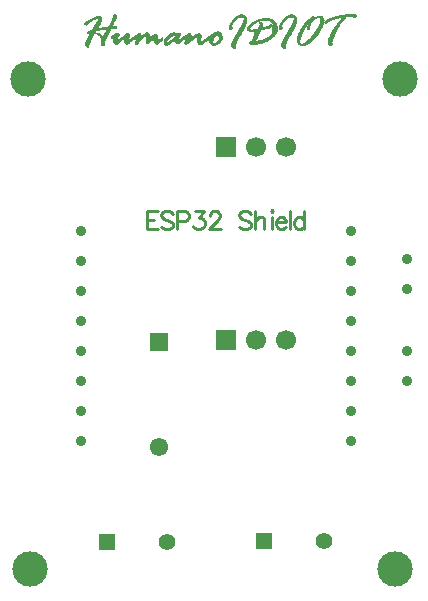
<source format=gbr>
%TF.GenerationSoftware,Altium Limited,Altium Designer,24.7.2 (38)*%
G04 Layer_Physical_Order=1*
G04 Layer_Color=255*
%FSLAX45Y45*%
%MOMM*%
%TF.SameCoordinates,2370CFE6-064A-4C8F-A3BC-26C693B17082*%
%TF.FilePolarity,Positive*%
%TF.FileFunction,Copper,L1,Top,Signal*%
%TF.Part,Single*%
G01*
G75*
%TA.AperFunction,NonConductor*%
%ADD10C,0.25400*%
%TA.AperFunction,ComponentPad*%
%ADD11C,0.90000*%
%ADD12C,1.40000*%
%ADD13R,1.40000X1.40000*%
%ADD14C,1.70000*%
%ADD15R,1.70000X1.70000*%
%ADD16C,1.55000*%
%ADD17R,1.55000X1.55000*%
%TA.AperFunction,ViaPad*%
%ADD18C,3.00000*%
G36*
X2941004Y5049537D02*
X2945169Y5048149D01*
X2948871Y5045372D01*
X2949334Y5044447D01*
X2951185Y5042595D01*
X2952573Y5039356D01*
X2953036Y5036116D01*
X2953962Y5029637D01*
X2952573Y5025935D01*
X2952111Y5022233D01*
X2951648Y5021307D01*
X2951185Y5019919D01*
X2950260Y5018068D01*
X2949334Y5017142D01*
X2948871Y5016679D01*
X2948408Y5016217D01*
X2946557Y5015754D01*
X2946094D01*
X2944706Y5015291D01*
X2941467Y5013440D01*
X2941004D01*
X2940541Y5012977D01*
X2937764D01*
X2935450Y5012514D01*
X2927583D01*
X2925269Y5012977D01*
X2922029Y5013903D01*
X2920641Y5014828D01*
X2919716Y5015754D01*
Y5016217D01*
X2919253Y5017605D01*
X2918790Y5018530D01*
Y5018993D01*
X2909534Y5022696D01*
X2908609D01*
X2900278Y5021770D01*
X2899816D01*
X2898427Y5022233D01*
X2897964D01*
X2897502Y5021770D01*
X2895188Y5020844D01*
X2881304Y5021770D01*
X2875288Y5021307D01*
X2871123Y5022233D01*
X2870660Y5021770D01*
X2869734Y5021307D01*
X2869272D01*
X2868346Y5020844D01*
X2866032D01*
X2863255Y5020382D01*
X2859553D01*
X2859090Y5020844D01*
Y5019919D01*
X2859553Y5018993D01*
X2860479Y5017142D01*
X2860941Y5016679D01*
X2861404Y5015754D01*
X2861867Y5013440D01*
X2862330Y5011126D01*
X2861867Y5010663D01*
X2860941Y5008812D01*
X2860016Y5006961D01*
X2859553Y5005110D01*
X2859090Y5004647D01*
X2858165Y5004184D01*
X2855388Y5001407D01*
X2854925Y5000945D01*
X2854000Y5000019D01*
X2851686Y4998168D01*
X2848446Y4995391D01*
X2847521Y4994928D01*
X2845669Y4993077D01*
X2843356Y4990300D01*
X2841504Y4987524D01*
X2841042Y4987061D01*
X2840116Y4985673D01*
X2837802Y4984284D01*
X2835488Y4983821D01*
Y4983359D01*
X2834563Y4982433D01*
X2833637Y4981045D01*
X2832711Y4979193D01*
X2831323Y4977805D01*
X2812133Y4953740D01*
X2812811Y4948649D01*
X2812349Y4948187D01*
X2810960Y4946798D01*
X2809109Y4944484D01*
X2807721Y4942170D01*
X2804944Y4937080D01*
X2804481Y4936617D01*
X2803556Y4935691D01*
X2802167Y4934766D01*
X2801705Y4935229D01*
Y4934766D01*
X2801242Y4933377D01*
X2800316Y4930601D01*
X2799391Y4928287D01*
X2798002Y4925973D01*
X2797539Y4925047D01*
Y4924122D01*
X2796614Y4922733D01*
X2795688Y4920882D01*
X2794300Y4918105D01*
X2791523Y4914403D01*
X2788284Y4909775D01*
X2783656Y4904222D01*
Y4903759D01*
X2782730Y4902371D01*
X2782267Y4899131D01*
X2781805Y4897280D01*
Y4894503D01*
X2781342Y4894041D01*
X2780879Y4892189D01*
X2779491Y4889875D01*
X2778102Y4887561D01*
X2776714Y4884785D01*
X2775326Y4882471D01*
X2774400Y4881082D01*
X2773937Y4880620D01*
Y4879694D01*
X2773475Y4877843D01*
X2773012Y4875066D01*
X2771623Y4871827D01*
X2771161Y4870901D01*
X2770235Y4868587D01*
X2768847Y4863959D01*
X2766533Y4857943D01*
Y4857480D01*
X2766070Y4856555D01*
X2765144Y4854704D01*
X2764682Y4852852D01*
X2762368Y4848224D01*
X2760979Y4846373D01*
X2759591Y4844522D01*
X2759128Y4843597D01*
Y4843134D01*
X2758665Y4842208D01*
X2758203Y4841283D01*
X2757277Y4840820D01*
Y4839894D01*
X2756814Y4838969D01*
Y4837118D01*
X2756351Y4834804D01*
X2755426Y4832027D01*
X2754500Y4828787D01*
X2753575Y4825085D01*
X2752649Y4816755D01*
X2748484Y4805185D01*
Y4804722D01*
Y4804260D01*
X2748947Y4803797D01*
X2749410Y4802408D01*
X2749872Y4801946D01*
X2750335Y4801020D01*
X2750798Y4799632D01*
Y4797781D01*
Y4797318D01*
Y4795467D01*
X2750335Y4793616D01*
X2749872Y4791764D01*
X2749410Y4790839D01*
X2748947Y4788988D01*
Y4788525D01*
Y4787599D01*
X2748484Y4786211D01*
X2747558Y4784360D01*
X2746633Y4782046D01*
X2744782Y4780195D01*
X2742468Y4778344D01*
X2739228Y4776955D01*
X2731361D01*
X2729510Y4777418D01*
X2727196Y4777881D01*
X2724419Y4779269D01*
X2721179Y4780657D01*
X2718403Y4782971D01*
X2715163Y4785748D01*
X2714700Y4786211D01*
X2714238Y4787599D01*
X2712849Y4789450D01*
X2711461Y4792227D01*
X2710073Y4795467D01*
X2709147Y4799632D01*
X2708221Y4804260D01*
X2707759Y4809350D01*
Y4809813D01*
Y4810739D01*
X2708221Y4812590D01*
X2708684Y4815829D01*
Y4816292D01*
X2709147Y4816755D01*
X2709610Y4818606D01*
X2710073Y4820920D01*
Y4822308D01*
Y4822771D01*
X2710535Y4823234D01*
X2710998Y4825548D01*
Y4826011D01*
X2711461Y4826936D01*
X2711924Y4829713D01*
Y4830176D01*
Y4831564D01*
X2712386Y4833415D01*
Y4835729D01*
X2713775Y4841283D01*
X2716552Y4846836D01*
X2717014Y4847299D01*
X2717477Y4848224D01*
X2719328Y4851001D01*
X2721642Y4854241D01*
X2723031Y4857017D01*
Y4857480D01*
X2723493Y4858406D01*
X2723956Y4859331D01*
X2723493Y4859794D01*
Y4861183D01*
Y4861645D01*
Y4862571D01*
X2723956Y4865348D01*
X2725807Y4869050D01*
X2726733Y4870901D01*
X2728584Y4872289D01*
X2729047Y4872752D01*
X2729510Y4873678D01*
X2729972Y4874603D01*
Y4875066D01*
X2730898Y4876917D01*
X2731361Y4878306D01*
X2732286Y4880157D01*
X2733212Y4882471D01*
X2734138Y4885248D01*
Y4885710D01*
X2734600Y4886636D01*
X2736451Y4889875D01*
X2738765Y4893115D01*
X2740154Y4894503D01*
X2741542Y4894966D01*
X2742005Y4894503D01*
X2742468Y4894966D01*
X2743856Y4896817D01*
X2743393Y4901908D01*
Y4902371D01*
X2743856Y4904222D01*
X2744782Y4906536D01*
X2747096Y4909313D01*
X2749872Y4913940D01*
X2750335Y4914866D01*
X2751261Y4916254D01*
X2753112Y4918568D01*
X2755889Y4920882D01*
X2756351Y4921345D01*
X2756814Y4922271D01*
X2757277Y4923196D01*
X2757740Y4923659D01*
X2758203Y4924122D01*
X2758665Y4925047D01*
X2759128Y4926436D01*
X2759591Y4927361D01*
X2760516Y4929675D01*
X2762368Y4932915D01*
X2765144Y4937080D01*
X2765607Y4937543D01*
X2766070Y4938005D01*
X2766995Y4939394D01*
X2768384Y4941245D01*
X2771623Y4945873D01*
X2774863Y4950963D01*
X2775326Y4951426D01*
X2775788Y4952352D01*
X2777640Y4954666D01*
X2780416Y4957442D01*
X2781805Y4957905D01*
X2782730Y4958368D01*
X2784119D01*
X2785507Y4958831D01*
X2785970Y4959756D01*
X2786895Y4967624D01*
X2787358Y4968087D01*
X2787821Y4968549D01*
X2790135Y4970401D01*
X2792912Y4972714D01*
X2793837Y4974103D01*
X2794300Y4975028D01*
X2796614Y4977342D01*
Y4977805D01*
X2797077Y4979193D01*
X2798002Y4980582D01*
X2798928Y4981507D01*
X2799391D01*
X2799853Y4982433D01*
X2800779Y4983359D01*
X2802167Y4984747D01*
X2802630Y4985210D01*
X2803556Y4986598D01*
X2806332Y4989375D01*
Y4989838D01*
X2806795Y4990763D01*
X2807721Y4992152D01*
X2809109Y4994003D01*
X2810498Y4996317D01*
X2812811Y4998631D01*
X2815125Y5001407D01*
X2818365Y5003721D01*
X2821142Y5006035D01*
Y5006498D01*
X2821604Y5006961D01*
X2822993Y5008812D01*
X2824844Y5011126D01*
X2826232Y5012514D01*
X2826695Y5012977D01*
X2827158Y5013440D01*
X2828083Y5014828D01*
X2828778Y5016217D01*
X2826695D01*
X2824381Y5017142D01*
X2823918D01*
X2822993Y5016679D01*
X2821604Y5016217D01*
X2820679D01*
X2819753Y5015754D01*
X2817439Y5014365D01*
X2813737D01*
X2811886Y5012514D01*
X2808184Y5011589D01*
X2802630Y5012514D01*
X2802167D01*
X2801705Y5012051D01*
Y5011589D01*
X2800779Y5011126D01*
X2799853Y5010663D01*
X2798465Y5009738D01*
X2796614Y5009275D01*
X2793837Y5008812D01*
X2792449D01*
X2791060Y5008349D01*
X2789672Y5007886D01*
X2785044Y5006961D01*
X2780879Y5005110D01*
X2779954Y5004647D01*
X2777640Y5004184D01*
X2774863Y5003258D01*
X2772549Y5002796D01*
X2769309Y5003258D01*
X2768847Y5002796D01*
X2767921Y5002333D01*
X2766533Y5000945D01*
X2766070Y5000482D01*
X2765144Y4999556D01*
X2762830Y4998631D01*
X2759128Y4997705D01*
X2755889D01*
X2754963Y4997242D01*
X2752649Y4996779D01*
X2749410Y4995391D01*
X2748484Y4994928D01*
X2747096Y4994465D01*
X2744782Y4994003D01*
X2742931Y4993540D01*
X2741079D01*
X2740154Y4993077D01*
X2737840Y4992152D01*
X2736914Y4991689D01*
X2735063Y4990300D01*
X2734138Y4989375D01*
X2731824Y4988449D01*
X2731361D01*
X2730898Y4987986D01*
X2729510Y4987524D01*
X2728121Y4986135D01*
X2727659Y4985673D01*
X2726733Y4985210D01*
X2725345Y4984747D01*
X2723493Y4984284D01*
X2721642D01*
X2719328Y4984747D01*
X2719791Y4984284D01*
Y4983821D01*
X2718866Y4982433D01*
X2718403Y4981970D01*
X2717477Y4981507D01*
X2714700Y4979656D01*
X2714238D01*
X2713775Y4979193D01*
X2710998Y4977805D01*
X2710073Y4977342D01*
X2709147Y4976880D01*
X2708221Y4976417D01*
X2707759Y4975491D01*
X2706833Y4973640D01*
X2706370Y4973177D01*
X2705445Y4971789D01*
X2704056Y4969938D01*
X2702205Y4967624D01*
X2701742Y4967161D01*
X2700817Y4966235D01*
X2699428Y4964847D01*
X2698040Y4963459D01*
Y4962996D01*
X2697114Y4962533D01*
X2695726Y4962070D01*
X2693875Y4961608D01*
X2693412D01*
X2692024Y4962070D01*
X2689710Y4962533D01*
X2687396Y4963459D01*
X2684619Y4965773D01*
X2682768Y4968549D01*
X2680917Y4972252D01*
X2680454Y4977805D01*
X2684619Y4987061D01*
X2685082Y4987524D01*
X2685545Y4988912D01*
X2686470Y4990763D01*
X2688322Y4993077D01*
X2690173Y4995391D01*
X2692949Y4997705D01*
X2696189Y4999556D01*
X2699891Y5000945D01*
X2700354D01*
X2701742Y5001407D01*
X2703131Y5001870D01*
X2704982Y5002333D01*
X2706833Y5003258D01*
X2709610Y5004647D01*
X2716552Y5007424D01*
X2720717Y5011126D01*
X2725807Y5010663D01*
X2727196D01*
X2728121Y5011126D01*
X2729510Y5012051D01*
X2729972Y5012514D01*
X2730898Y5012977D01*
X2732286Y5013440D01*
X2733675D01*
X2734138Y5013903D01*
X2735063Y5014828D01*
X2736451Y5015754D01*
X2736914Y5016217D01*
X2738303Y5016679D01*
X2740154Y5017605D01*
X2742468Y5018068D01*
X2742931D01*
X2744319Y5018530D01*
X2746170Y5019456D01*
X2747558Y5020382D01*
X2748021Y5020844D01*
X2748947Y5021307D01*
X2750335Y5022233D01*
X2751723Y5022696D01*
X2752186D01*
X2753575Y5023158D01*
X2755426Y5023621D01*
X2757277Y5024084D01*
X2775326Y5029637D01*
X2776714D01*
X2779028Y5029175D01*
X2779491Y5029637D01*
X2780416Y5030100D01*
X2781805Y5031026D01*
X2782267Y5031489D01*
X2783656Y5031951D01*
X2785507Y5032414D01*
X2788747Y5032877D01*
X2789209D01*
X2790135Y5033340D01*
X2791060D01*
X2792449Y5033802D01*
X2794763Y5034265D01*
X2797077Y5035191D01*
Y5034265D01*
X2797539Y5034728D01*
X2798465Y5035654D01*
X2799853Y5036579D01*
X2802630Y5037042D01*
X2807721D01*
X2809572Y5037505D01*
X2811886Y5037968D01*
X2815125D01*
X2818828Y5038430D01*
X2819291D01*
X2820216Y5038893D01*
X2821604Y5039819D01*
X2824381Y5040282D01*
X2826232D01*
X2834563Y5042595D01*
X2835488Y5041670D01*
X2835951Y5042133D01*
X2837339Y5042595D01*
X2839653Y5043058D01*
X2845669D01*
X2847983Y5042595D01*
X2848446Y5043058D01*
X2850297Y5043521D01*
X2851223Y5043984D01*
X2852148D01*
X2853537Y5044447D01*
X2855851D01*
X2858628Y5044909D01*
X2870660D01*
X2871586Y5045372D01*
X2872974Y5045835D01*
X2875288Y5046298D01*
X2876676D01*
X2881304Y5045372D01*
X2883155Y5045835D01*
X2885469D01*
X2887220Y5044959D01*
X2900278Y5046761D01*
X2901204D01*
Y5047223D01*
X2902130Y5047686D01*
X2904906D01*
X2908609Y5046761D01*
X2909071Y5047223D01*
X2910923Y5048149D01*
X2912311Y5048612D01*
X2914162Y5049537D01*
X2916013Y5048149D01*
X2927120Y5049537D01*
X2931748Y5049074D01*
X2936376Y5050000D01*
X2939153D01*
X2941004Y5049537D01*
D02*
G37*
G36*
X2638340Y5034728D02*
X2643894Y5033802D01*
X2652687Y5034265D01*
X2653612D01*
X2655926Y5033340D01*
X2659629Y5031951D01*
X2662405Y5030100D01*
X2665182Y5028249D01*
X2665645Y5027786D01*
X2666108Y5026398D01*
X2667496Y5024547D01*
X2668884Y5023621D01*
X2669347D01*
X2669810Y5022696D01*
X2670736Y5022233D01*
X2672124Y5020382D01*
X2673050Y5018530D01*
X2674438Y5015754D01*
X2676289Y5012051D01*
X2676752Y5011589D01*
X2677215Y5010200D01*
X2678140Y5008349D01*
X2679066Y5006035D01*
X2680454Y5001407D01*
X2681380Y4999093D01*
Y4997705D01*
Y4994003D01*
X2680454Y4987986D01*
X2680917Y4983359D01*
Y4982896D01*
Y4981045D01*
X2679991Y4979193D01*
X2679066Y4977342D01*
Y4976880D01*
X2678603Y4976417D01*
X2678140Y4975028D01*
X2677677Y4973640D01*
Y4973177D01*
Y4972252D01*
Y4970863D01*
X2677215Y4969012D01*
X2675826Y4963921D01*
X2673050Y4956980D01*
Y4956517D01*
X2672124Y4955591D01*
X2671661Y4953740D01*
X2670736Y4951889D01*
X2669347Y4947724D01*
X2668422Y4945873D01*
Y4944484D01*
X2667959Y4944022D01*
X2667496Y4942170D01*
X2666570Y4939394D01*
X2665182Y4936617D01*
X2663794Y4933840D01*
X2662405Y4931064D01*
X2661017Y4929212D01*
X2660091Y4928750D01*
X2656852Y4920419D01*
X2656389Y4919494D01*
X2655464Y4917643D01*
X2654075Y4915329D01*
X2652224Y4913940D01*
X2651761D01*
X2651298Y4913478D01*
X2650373Y4913015D01*
Y4912552D01*
Y4908387D01*
Y4907924D01*
X2649910Y4906073D01*
X2648059Y4903759D01*
X2646671Y4902371D01*
X2644819Y4900520D01*
Y4900057D01*
X2643894Y4898668D01*
X2642968Y4896817D01*
X2641580Y4894041D01*
X2641117Y4893578D01*
X2640192Y4891727D01*
X2638803Y4889875D01*
X2636489Y4888024D01*
Y4887561D01*
X2635564Y4886636D01*
X2634638Y4885248D01*
X2633250Y4883396D01*
X2630473Y4879231D01*
X2628159Y4874603D01*
X2627696D01*
X2627234Y4873678D01*
X2624457Y4871364D01*
X2623994Y4870438D01*
X2622143Y4868587D01*
X2619366Y4865348D01*
X2617052Y4861645D01*
X2616589Y4860720D01*
X2615201Y4858869D01*
X2612887Y4856092D01*
X2610573Y4853778D01*
X2608259Y4851464D01*
X2607796Y4851001D01*
X2606871Y4850076D01*
X2605945Y4849150D01*
X2605482D01*
Y4849613D01*
Y4850076D01*
X2605020Y4849613D01*
Y4849150D01*
X2605482D01*
Y4848687D01*
X2605020Y4846373D01*
X2603169Y4843134D01*
X2602243Y4841745D01*
X2600392Y4840357D01*
X2599466Y4839894D01*
X2597615Y4838969D01*
X2595764Y4837580D01*
X2594376Y4836192D01*
X2586045Y4827862D01*
X2585583Y4827399D01*
X2584657Y4826473D01*
X2583269Y4824622D01*
X2582806Y4824160D01*
X2582343Y4823234D01*
X2579566Y4820920D01*
X2576790Y4816292D01*
X2576327Y4815829D01*
X2574476Y4814904D01*
X2572162Y4813053D01*
X2569385Y4811664D01*
X2567071Y4809813D01*
X2564294Y4807962D01*
X2562906Y4807036D01*
X2561980Y4806574D01*
X2562443D01*
Y4805648D01*
X2561980Y4804722D01*
X2561518Y4803334D01*
X2557815Y4802408D01*
Y4801946D01*
X2557353Y4801483D01*
X2555501Y4799169D01*
X2552262Y4796392D01*
X2547634Y4794078D01*
X2547171D01*
Y4793616D01*
X2546246Y4793153D01*
X2545320Y4792690D01*
X2544857D01*
X2544394Y4792227D01*
X2542081Y4791302D01*
X2541155Y4790839D01*
X2539304Y4789913D01*
X2536064Y4788988D01*
X2531899Y4787852D01*
X2520484Y4782663D01*
X2520329Y4782509D01*
X2519404Y4781120D01*
X2518016Y4779269D01*
X2515702Y4778806D01*
X2511074Y4779269D01*
X2510611D01*
X2509685Y4778806D01*
X2507834Y4778344D01*
X2506446Y4777881D01*
X2505520D01*
Y4778344D01*
X2503206Y4776492D01*
X2502744Y4776955D01*
X2500892Y4777418D01*
X2499967Y4777881D01*
X2498116Y4777418D01*
X2497653D01*
X2495802Y4776955D01*
X2493025Y4776492D01*
X2490248D01*
X2487009Y4777418D01*
X2486083Y4777881D01*
X2484695Y4778806D01*
X2483306Y4779269D01*
X2482381Y4779732D01*
X2475439Y4779269D01*
X2474976D01*
X2473588Y4779732D01*
X2471737Y4780657D01*
X2469886Y4782046D01*
X2469423Y4782509D01*
X2468034Y4783897D01*
X2466183Y4785748D01*
X2462944Y4787599D01*
X2462018Y4788062D01*
X2460167Y4790376D01*
X2458779Y4792227D01*
X2457390Y4794078D01*
X2456002Y4796855D01*
X2454151Y4800095D01*
Y4800557D01*
X2453688Y4801483D01*
X2452762Y4803334D01*
X2452300Y4805185D01*
X2450448Y4809813D01*
X2449986Y4811664D01*
Y4813053D01*
X2449060Y4824160D01*
X2449523Y4827399D01*
X2448135Y4837580D01*
Y4838043D01*
Y4838506D01*
X2448597Y4841283D01*
X2449986Y4844985D01*
X2452300Y4849150D01*
Y4850076D01*
X2451837Y4851001D01*
Y4852390D01*
Y4855166D01*
X2452300Y4859794D01*
Y4860720D01*
X2452762Y4862108D01*
X2453688Y4864422D01*
X2455076Y4866273D01*
X2454614Y4870438D01*
X2455076Y4870901D01*
X2455539Y4871827D01*
X2456002Y4873215D01*
X2456928Y4875066D01*
X2471274Y4906690D01*
Y4907924D01*
X2471737Y4909775D01*
X2472662Y4911626D01*
Y4912089D01*
Y4912552D01*
Y4913015D01*
X2473125Y4914866D01*
X2473588Y4917180D01*
X2474051Y4917643D01*
X2474976Y4918105D01*
X2476365D01*
X2477290Y4917643D01*
X2477753Y4916717D01*
Y4917180D01*
X2478216Y4919031D01*
X2479141Y4920882D01*
X2480992Y4923196D01*
X2480067Y4924585D01*
Y4925047D01*
X2480530Y4926898D01*
X2481918Y4929212D01*
X2484695Y4931989D01*
X2485158Y4932452D01*
X2485620Y4932915D01*
X2487472Y4934766D01*
X2488860Y4937080D01*
X2489785Y4938005D01*
Y4938931D01*
Y4940782D01*
Y4941245D01*
X2490711Y4943096D01*
X2492099Y4945410D01*
X2493488Y4946798D01*
X2495339Y4948649D01*
Y4949112D01*
X2495802Y4950038D01*
X2497190Y4950501D01*
X2499967Y4950963D01*
X2499504D01*
Y4951889D01*
Y4953740D01*
Y4954203D01*
X2500892Y4956517D01*
X2501818Y4957905D01*
X2503206Y4959294D01*
X2505057Y4961145D01*
X2507371Y4963459D01*
X2507834Y4964384D01*
Y4964847D01*
X2508297Y4965310D01*
X2509685Y4967161D01*
X2511537Y4969012D01*
X2512925Y4970401D01*
X2513388D01*
X2513850Y4970863D01*
X2514313Y4971789D01*
X2514776Y4973640D01*
X2515702Y4975491D01*
X2516164Y4975954D01*
X2516627Y4976880D01*
X2517553Y4977805D01*
X2518478Y4978268D01*
X2518941D01*
X2519404Y4978731D01*
X2520792Y4979656D01*
X2521255Y4980119D01*
X2521718Y4980582D01*
X2522643Y4981045D01*
X2524032D01*
X2524495Y4981507D01*
X2524957Y4982433D01*
X2526346Y4984284D01*
X2527734Y4986598D01*
X2528197Y4987524D01*
X2529122Y4988912D01*
X2530974Y4990763D01*
X2533288Y4992614D01*
Y4993077D01*
X2533750Y4994003D01*
X2534676Y4997242D01*
X2536990Y5000019D01*
X2538841Y5000945D01*
X2541155Y5001407D01*
X2540692D01*
X2541155Y5001870D01*
X2542081Y5003258D01*
X2543469Y5004647D01*
X2544857Y5006035D01*
X2547171Y5007886D01*
X2549948Y5009738D01*
X2559666Y5016679D01*
X2561055D01*
Y5017142D01*
X2561980Y5018530D01*
X2563832Y5019919D01*
Y5020382D01*
Y5020844D01*
X2564757Y5022696D01*
X2565683Y5023621D01*
X2567071Y5024547D01*
X2568922Y5025472D01*
X2570311D01*
Y5025935D01*
X2571236Y5026398D01*
X2572162Y5027323D01*
X2573550Y5028249D01*
X2575864Y5029637D01*
X2578641Y5031026D01*
X2582343Y5032414D01*
X2586508Y5033802D01*
X2586971D01*
X2587897Y5032877D01*
X2589285Y5032414D01*
X2591136Y5031951D01*
X2591599D01*
X2592987Y5031026D01*
X2594376Y5029637D01*
X2596227Y5026861D01*
X2596747Y5025646D01*
X2625999Y5033031D01*
X2626308Y5033340D01*
X2627696Y5034265D01*
X2628159Y5034728D01*
X2629085Y5035191D01*
X2630010Y5035654D01*
X2630936D01*
X2638340Y5034728D01*
D02*
G37*
G36*
X2198692Y5016217D02*
X2202394Y5015291D01*
X2203320D01*
X2205171Y5014365D01*
X2207948Y5013903D01*
X2210262Y5013440D01*
X2210724D01*
X2211650Y5012977D01*
X2213038Y5012514D01*
X2214427Y5012051D01*
X2214889D01*
X2215352Y5011589D01*
X2219980Y5012051D01*
X2221368D01*
X2222757Y5011126D01*
X2223682Y5010200D01*
X2224145D01*
X2224608Y5009738D01*
X2225071Y5009275D01*
X2225534Y5008812D01*
X2230624D01*
X2231087Y5008349D01*
X2231550Y5007886D01*
X2233401Y5006498D01*
X2236178Y5004647D01*
X2240343Y5002796D01*
X2241268Y5002333D01*
X2242657Y5000945D01*
X2243582Y5000482D01*
X2244045D01*
X2244508Y5000019D01*
X2245433Y4999556D01*
X2247285Y4998631D01*
X2249136Y4996779D01*
X2252375Y4994465D01*
X2256078Y4991226D01*
X2256540Y4990763D01*
X2257929Y4989838D01*
X2259780Y4987986D01*
X2262094Y4986135D01*
X2267184Y4981507D01*
X2269036Y4979193D01*
X2270424Y4977342D01*
X2275052Y4971789D01*
X2276903Y4966698D01*
X2278754Y4963459D01*
Y4962996D01*
X2279217Y4962070D01*
X2280143Y4960219D01*
X2280605Y4957905D01*
X2281531Y4955129D01*
X2282456Y4951889D01*
X2284308Y4944484D01*
X2285696Y4941708D01*
X2286159Y4940782D01*
X2286622Y4939857D01*
Y4938005D01*
X2285233Y4932915D01*
X2287084Y4925973D01*
Y4925510D01*
Y4924122D01*
X2286159Y4921808D01*
X2285233Y4919031D01*
X2285696Y4918105D01*
X2286159Y4916717D01*
Y4915792D01*
X2285233Y4913940D01*
X2284770Y4912089D01*
X2284308Y4910238D01*
Y4909313D01*
X2283845Y4907461D01*
X2283382Y4905147D01*
X2282919Y4904685D01*
Y4904222D01*
X2283845Y4900520D01*
Y4900057D01*
Y4899131D01*
X2282919Y4897280D01*
X2281994Y4895892D01*
X2281531Y4895429D01*
X2281068D01*
X2280605Y4895892D01*
Y4895429D01*
Y4893578D01*
X2279680Y4891727D01*
X2278754Y4889413D01*
Y4888950D01*
X2278291Y4888024D01*
X2277829Y4887099D01*
X2277366Y4886173D01*
X2274126Y4880620D01*
Y4880157D01*
X2273201Y4878306D01*
X2272738Y4876917D01*
X2271812Y4875992D01*
X2271350Y4875066D01*
X2270887Y4874603D01*
X2270424Y4874141D01*
X2267647Y4871364D01*
X2265796Y4869050D01*
X2258391Y4861183D01*
X2257929Y4860257D01*
X2256540Y4857943D01*
X2255152Y4856555D01*
X2253301Y4854704D01*
X2250987Y4852852D01*
X2248210Y4850538D01*
X2246359Y4848224D01*
X2245896Y4847762D01*
X2244508Y4846836D01*
X2242657Y4845448D01*
X2240343Y4843597D01*
X2236178Y4840357D01*
X2234326Y4838969D01*
X2232938Y4838043D01*
X2232475D01*
X2232013Y4837118D01*
X2229699Y4834804D01*
X2229236Y4834341D01*
X2228773Y4833878D01*
X2227385Y4832490D01*
X2225071Y4831101D01*
X2224145Y4830176D01*
X2221831Y4828787D01*
X2220443Y4827399D01*
X2218129Y4826011D01*
X2216741Y4826473D01*
X2216278Y4825548D01*
X2215352Y4824622D01*
X2213964Y4823697D01*
X2213501D01*
X2212575Y4823234D01*
X2210262Y4821846D01*
X2209336Y4821383D01*
X2207022Y4820920D01*
Y4820457D01*
X2206096Y4819994D01*
X2204708Y4818606D01*
X2202394Y4817218D01*
X2201931D01*
X2200543Y4816292D01*
X2198692Y4815367D01*
X2196841Y4814441D01*
X2196378D01*
X2195452Y4813978D01*
X2194064Y4813515D01*
X2193910D01*
X2193601Y4812590D01*
X2192213Y4811201D01*
X2189436Y4810276D01*
X2188973D01*
X2187122Y4809813D01*
X2184808Y4809350D01*
X2182957Y4807962D01*
X2179255Y4808425D01*
X2178792Y4807962D01*
X2177866Y4807499D01*
X2176478Y4806111D01*
X2174627Y4805185D01*
X2171850Y4803797D01*
X2168148Y4802408D01*
X2164446Y4801946D01*
X2159818Y4801483D01*
X2159355Y4801020D01*
X2157966Y4800095D01*
X2156115Y4798706D01*
X2153801Y4798243D01*
X2151487Y4799169D01*
X2150562Y4798706D01*
X2149636Y4798243D01*
X2147322D01*
X2146397Y4797781D01*
X2145008Y4797318D01*
X2143157Y4796855D01*
X2140843Y4796392D01*
X2140381Y4796855D01*
X2140010Y4797040D01*
X2120828Y4793500D01*
X2120481Y4793153D01*
X2118167Y4791764D01*
X2115390Y4790839D01*
X2112150Y4790376D01*
X2107985Y4789913D01*
X2107523D01*
X2106597Y4789450D01*
X2105671D01*
X2103820Y4788988D01*
X2101044Y4788525D01*
X2097804Y4787599D01*
X2095490Y4787136D01*
X2093176D01*
X2092251Y4787599D01*
X2089474D01*
X2089011Y4788062D01*
X2088548Y4787599D01*
X2087160Y4787136D01*
X2085309Y4786674D01*
X2082995D01*
X2079755Y4786211D01*
X2075590Y4785748D01*
X2075127D01*
X2073739Y4786211D01*
X2070962Y4786674D01*
X2066797Y4787136D01*
X2065872D01*
X2063558Y4787599D01*
X2060781Y4788062D01*
X2059855Y4788525D01*
X2057079D01*
X2054765Y4788988D01*
X2053839Y4789450D01*
X2052451Y4789913D01*
X2050600Y4790376D01*
X2050137D01*
X2048749Y4791302D01*
X2046897Y4793153D01*
X2044121Y4795929D01*
Y4796392D01*
X2043658Y4796855D01*
X2042269Y4799169D01*
X2040881Y4801946D01*
X2040418Y4804722D01*
Y4805185D01*
Y4805648D01*
X2040881Y4807962D01*
X2042269Y4810739D01*
X2044583Y4813978D01*
X2045509Y4814441D01*
X2047360Y4816292D01*
X2050137Y4817680D01*
X2053839Y4818143D01*
X2055228D01*
X2057079Y4817680D01*
X2058930Y4817218D01*
X2059393D01*
Y4817680D01*
X2059855Y4820457D01*
X2061244Y4824160D01*
X2064021Y4827862D01*
X2066334Y4834804D01*
Y4835266D01*
X2066797Y4835729D01*
X2068648Y4837580D01*
X2069111D01*
X2069574Y4838043D01*
X2070037Y4838969D01*
X2070500Y4839894D01*
X2072351Y4844059D01*
X2072813Y4847299D01*
X2075127Y4850538D01*
Y4851001D01*
X2075590Y4851464D01*
X2076516Y4854241D01*
Y4854704D01*
X2076979Y4855629D01*
X2077904Y4857017D01*
X2078830Y4857943D01*
Y4858406D01*
X2079293Y4859794D01*
X2080218Y4861183D01*
X2081606Y4863034D01*
X2082069Y4863496D01*
X2082995Y4864422D01*
X2083920Y4865348D01*
X2084383D01*
Y4865810D01*
Y4866273D01*
X2084846Y4869050D01*
X2086697Y4871827D01*
X2087391Y4872521D01*
X2085309Y4900828D01*
Y4900520D01*
Y4900057D01*
X2084383Y4898668D01*
X2083920Y4898206D01*
X2082995Y4897743D01*
X2080681Y4897280D01*
X2078367Y4896817D01*
X2077441D01*
X2075590Y4897743D01*
X2074665Y4897280D01*
X2073739D01*
X2072351Y4896817D01*
X2066797D01*
X2065409Y4896354D01*
X2063558Y4895892D01*
X2057079D01*
X2055690Y4896354D01*
X2053839Y4897280D01*
X2051062Y4899131D01*
X2050600D01*
X2049674Y4898668D01*
X2046897Y4898206D01*
X2043195Y4900057D01*
X2042732Y4900520D01*
X2041807Y4900982D01*
X2040418Y4901445D01*
X2038567D01*
X2038104Y4901908D01*
X2035328Y4902833D01*
X2034865D01*
X2034402Y4903296D01*
X2032551Y4903759D01*
X2032088Y4904222D01*
X2030700Y4905610D01*
X2030237Y4906073D01*
X2029774Y4906536D01*
X2028386Y4907461D01*
X2026535Y4908387D01*
X2026072Y4908850D01*
X2025146Y4909775D01*
X2024221Y4911626D01*
X2023758Y4914866D01*
X2022832Y4923196D01*
Y4923659D01*
Y4924585D01*
X2023758Y4927361D01*
Y4927824D01*
X2024221Y4928287D01*
X2024684Y4930138D01*
Y4931064D01*
X2025146Y4932915D01*
X2026072Y4934766D01*
X2028386Y4936617D01*
X2047360Y4961237D01*
Y4961608D01*
X2047823Y4963921D01*
X2049674Y4966235D01*
X2050600Y4967161D01*
X2052451Y4967624D01*
X2052914D01*
X2053376Y4968087D01*
X2055228Y4968549D01*
X2057541Y4969938D01*
X2059855Y4971326D01*
X2060318Y4971789D01*
X2062169Y4972714D01*
X2065409Y4974566D01*
X2067260Y4976417D01*
X2069574Y4978268D01*
X2070037Y4978731D01*
X2070962Y4980119D01*
X2072351Y4981045D01*
X2075127Y4981507D01*
X2076979Y4981970D01*
X2077441Y4982433D01*
X2077904Y4982896D01*
X2080218Y4984747D01*
X2082532Y4986598D01*
X2083458Y4987524D01*
X2084846D01*
X2085309Y4987986D01*
X2087623Y4988912D01*
X2088085Y4989375D01*
X2089011Y4989838D01*
X2091788Y4990763D01*
X2092251Y4991226D01*
X2092713Y4991689D01*
X2094102Y4992152D01*
X2095953Y4993077D01*
X2098267Y4994465D01*
X2101969Y4996779D01*
X2107060Y4999093D01*
X2111688D01*
X2112150Y4999556D01*
X2112613Y5000482D01*
X2113076Y5000945D01*
X2114002Y5001407D01*
X2115853Y5001870D01*
X2118629Y5002333D01*
X2119555D01*
X2121406Y5003258D01*
X2124646Y5003721D01*
X2128811Y5005110D01*
X2129274D01*
X2129736Y5005572D01*
X2132513Y5006035D01*
X2135753Y5006961D01*
X2138529Y5007424D01*
X2142694Y5009738D01*
X2147785D01*
X2149636Y5011126D01*
X2162594Y5012514D01*
X2175090Y5016217D01*
X2178792Y5015754D01*
X2181569Y5016217D01*
X2186197Y5014828D01*
Y5015291D01*
X2187122Y5015754D01*
X2187585D01*
X2188510Y5016217D01*
X2189899Y5016679D01*
X2195452D01*
X2198692Y5016217D01*
D02*
G37*
G36*
X912141Y5049074D02*
X915381Y5047223D01*
X917695Y5045835D01*
X919546Y5043521D01*
X920009Y5043058D01*
X920471Y5042595D01*
X922785Y5039819D01*
X924636Y5036579D01*
X925099Y5034728D01*
X925562Y5032877D01*
Y5032414D01*
Y5031026D01*
Y5028712D01*
X925099Y5026398D01*
X924636Y5020382D01*
X924174Y5017605D01*
X923248Y5015291D01*
Y5014365D01*
X922785Y5012977D01*
X921860Y5010663D01*
X921397Y5009738D01*
X920471Y5007424D01*
X919546Y5005572D01*
X918157Y5003258D01*
X916306Y5000482D01*
X914455Y4997242D01*
X911216Y4991689D01*
X910500D01*
X891200Y4948071D01*
X891316Y4948187D01*
X892704D01*
X894555Y4948649D01*
X902423D01*
X906125Y4949575D01*
X913992Y4947724D01*
X915381D01*
X916769Y4947261D01*
X919546Y4946798D01*
X920471Y4944947D01*
X921397D01*
X924174Y4944022D01*
X925099Y4942633D01*
X926488Y4941245D01*
X926950Y4939394D01*
X927413Y4937080D01*
Y4936617D01*
Y4935691D01*
X926950Y4934303D01*
Y4932452D01*
X925099Y4927824D01*
X923711Y4925510D01*
X921860Y4923196D01*
X921397Y4922733D01*
X920934Y4922271D01*
X918157Y4920419D01*
X913992Y4918105D01*
X911216Y4917643D01*
X908439Y4917180D01*
X906588D01*
X905199Y4917643D01*
X903348Y4918568D01*
X902885Y4919031D01*
X902423Y4919494D01*
X901960Y4919957D01*
X896406Y4919031D01*
X891316Y4920882D01*
X888539Y4920419D01*
X885762Y4920882D01*
X882523Y4920419D01*
X879746Y4920882D01*
X879283D01*
X878820Y4919957D01*
X877432Y4919031D01*
X872804D01*
Y4917643D01*
Y4916717D01*
X872341Y4914866D01*
X871416Y4912552D01*
X870027Y4909313D01*
Y4908850D01*
X869102Y4907924D01*
X868639Y4906073D01*
X867251Y4903759D01*
X864937Y4898668D01*
X863086Y4893578D01*
Y4893115D01*
X862160Y4892189D01*
X861234Y4891264D01*
X860309Y4890338D01*
Y4889875D01*
X859846Y4889413D01*
X858921Y4886636D01*
X857069Y4884322D01*
X856144Y4882934D01*
X854755Y4882471D01*
X855218Y4882008D01*
Y4881545D01*
X854293Y4880157D01*
X853830Y4878306D01*
X853367Y4876455D01*
Y4875992D01*
X852904Y4874603D01*
X851979Y4872752D01*
X850128Y4870901D01*
X849665Y4870438D01*
X848276Y4869050D01*
X847351Y4867199D01*
X846425Y4864422D01*
Y4863959D01*
X845962Y4861645D01*
X845037Y4858406D01*
X843186Y4854241D01*
Y4853778D01*
X842723Y4853315D01*
X841797Y4851001D01*
X840409Y4848687D01*
X839483Y4846836D01*
X838558Y4845911D01*
X837632Y4844522D01*
X836244Y4842208D01*
X835781Y4841745D01*
X834856Y4840357D01*
X833467Y4838506D01*
X832079Y4837118D01*
X831616Y4836655D01*
X831153Y4837118D01*
X830690Y4837580D01*
X831616Y4834804D01*
Y4834341D01*
X831153Y4832952D01*
Y4831101D01*
X830690Y4829250D01*
X830228Y4827399D01*
X829302Y4825548D01*
X828839Y4824160D01*
X827914Y4823697D01*
Y4824622D01*
X827451Y4823234D01*
X826063Y4820920D01*
X823749Y4819532D01*
X824674D01*
Y4818606D01*
Y4817680D01*
X824211Y4815829D01*
X823286Y4812590D01*
X821695Y4810681D01*
X821898Y4810276D01*
Y4808425D01*
Y4807962D01*
Y4807036D01*
X820972Y4804722D01*
X820509Y4802871D01*
X820046Y4800557D01*
X820509Y4800095D01*
X821898Y4798706D01*
X823286Y4796855D01*
X823749Y4793616D01*
Y4792227D01*
X824211Y4791764D01*
X825137Y4790839D01*
X826063Y4789450D01*
X826525Y4787599D01*
X824674Y4782509D01*
Y4782046D01*
X823749Y4780195D01*
X822360Y4778344D01*
X819584Y4776492D01*
X818658Y4776030D01*
X816807Y4775567D01*
X813567Y4774641D01*
X808939Y4774178D01*
X805700D01*
X802923Y4774641D01*
X800609Y4775567D01*
X800146Y4776030D01*
X799221Y4776492D01*
X797833Y4777418D01*
X795519Y4778806D01*
X795056Y4779269D01*
X793667Y4780195D01*
X792279Y4781120D01*
X791354Y4782509D01*
Y4782971D01*
X790891Y4783897D01*
X789965Y4785748D01*
X788114Y4788062D01*
X787651Y4788988D01*
X786726Y4790839D01*
X785800Y4794541D01*
X785337Y4799169D01*
Y4801020D01*
X784874Y4806574D01*
Y4808888D01*
X786263Y4816755D01*
X785337Y4823234D01*
Y4823697D01*
Y4824622D01*
X786263Y4826936D01*
Y4827399D01*
X786726Y4827862D01*
X787188Y4828325D01*
Y4828787D01*
X786726Y4829250D01*
X786263Y4832027D01*
X785800Y4834804D01*
X785337Y4836192D01*
Y4837118D01*
X780247Y4855629D01*
Y4856092D01*
Y4857017D01*
X781172Y4857480D01*
X781635D01*
X779784Y4857943D01*
X777933Y4858869D01*
X776544Y4860257D01*
Y4860720D01*
X776082Y4861645D01*
X775619Y4863034D01*
X774693Y4863496D01*
X774230Y4863959D01*
X773305Y4865348D01*
X750628Y4875992D01*
X750165Y4876455D01*
X749240Y4877843D01*
X748777Y4878306D01*
X747851Y4878768D01*
X745537D01*
X744612Y4879231D01*
X743224Y4880157D01*
X741835Y4881082D01*
X741372Y4881545D01*
X735356Y4882471D01*
X734431Y4881545D01*
X733968Y4881082D01*
X733505Y4879694D01*
X731654Y4877843D01*
X731191Y4877380D01*
X730265Y4875529D01*
X728877Y4872289D01*
X727026Y4868124D01*
Y4867662D01*
X726563Y4867199D01*
X725175Y4864885D01*
X723324Y4862108D01*
X722398Y4861645D01*
Y4858869D01*
Y4858406D01*
X721935Y4856555D01*
X721010Y4854704D01*
X719159Y4852852D01*
X718696Y4852390D01*
X717770D01*
X717307Y4852158D01*
X692449Y4798640D01*
X692780Y4797318D01*
X693242Y4795467D01*
X693705Y4794078D01*
Y4793616D01*
X692780Y4791764D01*
X690929Y4789450D01*
X689540Y4788062D01*
X687226Y4787136D01*
X690003D01*
X690929Y4782509D01*
X690466Y4782046D01*
X689077Y4780195D01*
X687226Y4778806D01*
X686763D01*
Y4778344D01*
X687226Y4776955D01*
X687689Y4774178D01*
Y4772790D01*
Y4772327D01*
Y4770939D01*
X687226Y4769088D01*
X686301Y4767237D01*
X684912Y4764923D01*
X683061Y4763071D01*
X680747Y4761683D01*
X677045Y4761220D01*
X676119D01*
X675194Y4761683D01*
X673805Y4762609D01*
X671954Y4763534D01*
X669640Y4765385D01*
X666864Y4768162D01*
X663624Y4771402D01*
X663161Y4771864D01*
X662236Y4773253D01*
X660847Y4775104D01*
X659459Y4777881D01*
X657608Y4781120D01*
X656219Y4784823D01*
X655294Y4788988D01*
X654831Y4793153D01*
X656219Y4802408D01*
Y4802871D01*
X656682Y4804260D01*
Y4805648D01*
X657145Y4807962D01*
X658071Y4812127D01*
X658533Y4813515D01*
X658996Y4814904D01*
X659459Y4815367D01*
X659922Y4816292D01*
X660847Y4818143D01*
X661773Y4820457D01*
X662236Y4820920D01*
X662698Y4822308D01*
X663161Y4824160D01*
X664087Y4825085D01*
X664550Y4825548D01*
X665012Y4826011D01*
X666401Y4828325D01*
X668252Y4831101D01*
X668715Y4834341D01*
X670566Y4838043D01*
X671029Y4838969D01*
X672417Y4840357D01*
X673805Y4841745D01*
X674268Y4842208D01*
Y4842671D01*
Y4843134D01*
X674731Y4844985D01*
X675657Y4847299D01*
X677045Y4849613D01*
X677508Y4850076D01*
X678433Y4851464D01*
X679359Y4852852D01*
X679822Y4854704D01*
Y4855629D01*
X680747Y4857943D01*
X682136Y4861183D01*
X683524Y4863034D01*
X685375Y4864885D01*
X686301Y4866736D01*
X686763Y4867662D01*
X687689Y4869513D01*
X689077Y4872752D01*
X690929Y4875992D01*
X692780Y4879694D01*
X695094Y4882934D01*
X696431Y4885162D01*
X694168Y4884785D01*
X693705D01*
X692780Y4884322D01*
X691391Y4883859D01*
X690003D01*
X687689Y4883396D01*
X682598D01*
X680747Y4882934D01*
X679822Y4882471D01*
X679359D01*
X678433Y4882934D01*
X676582Y4883396D01*
X674268Y4884785D01*
X673805Y4885248D01*
X672417Y4886636D01*
X671029Y4888024D01*
X670566Y4889875D01*
Y4890338D01*
Y4890801D01*
X671491Y4893578D01*
X672417Y4895429D01*
X673805Y4897280D01*
X675657Y4899594D01*
X678433Y4901445D01*
X678896Y4901908D01*
X679822Y4902371D01*
X681673Y4903296D01*
X683987Y4904685D01*
X686763Y4906073D01*
X690003Y4907461D01*
X697408Y4910238D01*
X697870Y4910701D01*
X698796Y4911164D01*
X700184Y4912552D01*
X700647Y4913015D01*
X702498Y4913940D01*
X705275Y4914403D01*
X709440Y4914866D01*
X712680Y4917180D01*
X713605Y4916717D01*
X714068Y4917180D01*
X714993Y4919031D01*
X716382Y4920882D01*
X718233Y4923659D01*
Y4925047D01*
Y4925510D01*
X718696Y4926436D01*
X720084Y4928750D01*
X722398Y4931989D01*
Y4932452D01*
X723324Y4932915D01*
X724712Y4934766D01*
X726100Y4936154D01*
X726563Y4937080D01*
Y4940782D01*
X727026Y4941708D01*
X728877Y4943559D01*
X730728Y4945873D01*
X732117Y4949112D01*
X732579Y4950038D01*
X733505Y4951889D01*
X735819Y4955129D01*
X739058Y4958831D01*
X741835Y4964847D01*
Y4965310D01*
X742761Y4966235D01*
X743224Y4967624D01*
X744612Y4969475D01*
X746926Y4973640D01*
X750165Y4977805D01*
Y4978268D01*
X750628Y4978731D01*
X752479Y4981507D01*
X754330Y4984747D01*
X755719Y4988449D01*
X758958Y4992614D01*
X760810Y4997705D01*
Y4998168D01*
X761272Y4999093D01*
X762661Y5002333D01*
X764512Y5005572D01*
X765437Y5006961D01*
X765900Y5007424D01*
Y5007843D01*
X728353Y4998569D01*
X727952Y4998168D01*
X727026Y4997242D01*
X726563Y4996779D01*
X725175Y4996317D01*
X722398Y4994928D01*
X720084Y4994465D01*
X717770Y4993540D01*
Y4993077D01*
X717307Y4992152D01*
X716382Y4991226D01*
X714531Y4989375D01*
X710366D01*
X704812Y4984747D01*
X703887Y4984284D01*
X702035Y4982896D01*
X699259Y4981045D01*
X696482Y4978731D01*
X696019Y4978268D01*
X694631Y4977805D01*
X692780Y4976880D01*
X690466Y4976417D01*
X690003D01*
X689540Y4975491D01*
X688615Y4974566D01*
X687689Y4972714D01*
X685375Y4969938D01*
X683061Y4965773D01*
X679822Y4960682D01*
X677508Y4958831D01*
X675194Y4955129D01*
X674731D01*
X673343Y4954666D01*
X671954Y4954203D01*
X671029D01*
X670103Y4953740D01*
X668252Y4952352D01*
X665938Y4950501D01*
X662698Y4950038D01*
X662236D01*
X660385Y4950501D01*
X657608Y4951426D01*
X652980Y4953740D01*
X652517D01*
X652054Y4954666D01*
X650666Y4955591D01*
X649740Y4956980D01*
X648352Y4958831D01*
X646964Y4961145D01*
X646501Y4963921D01*
X646038Y4967624D01*
Y4968087D01*
X646501Y4969475D01*
X647426Y4971789D01*
X649278Y4974566D01*
X652517Y4978268D01*
X654831Y4980119D01*
X657608Y4982433D01*
X660385Y4984284D01*
X664087Y4986598D01*
X668252Y4989375D01*
X672880Y4991689D01*
X677970Y4995391D01*
X678433D01*
X679822Y4995854D01*
X683987D01*
X684449Y4996779D01*
X686763Y4998631D01*
X690003Y5000945D01*
X694168Y5002796D01*
X694631D01*
X695094Y5003258D01*
X697408Y5004184D01*
X699721Y5005572D01*
X702035Y5006961D01*
X702498Y5007424D01*
X704349Y5008349D01*
X706663Y5009738D01*
X710366Y5010663D01*
X710828D01*
X711291Y5011126D01*
X713605Y5012051D01*
X716382Y5013440D01*
X718233Y5015291D01*
X718696Y5015754D01*
X719621Y5017142D01*
X721010Y5018068D01*
X722861Y5018530D01*
X725638D01*
X727489Y5019456D01*
X731654Y5020844D01*
X732117D01*
X732579Y5021307D01*
X734431Y5022233D01*
X736282Y5024084D01*
X737207D01*
X739058Y5024547D01*
X741372D01*
X741835Y5025010D01*
X743224Y5025935D01*
X745075Y5027323D01*
X747851Y5027786D01*
X748777D01*
X750628Y5028249D01*
X753405Y5028712D01*
X756644Y5029175D01*
X757107D01*
X757570Y5029637D01*
X759421Y5030100D01*
X761735Y5030563D01*
X765437D01*
X767751Y5031489D01*
X768214D01*
X768677Y5031951D01*
X770991Y5032414D01*
X775619Y5031489D01*
X776544D01*
X779321Y5031026D01*
X782561Y5030563D01*
X784874Y5028712D01*
X785337Y5028249D01*
X787188Y5026861D01*
X789502Y5025010D01*
X793205Y5022233D01*
X793667D01*
X794130Y5021307D01*
X795056Y5020382D01*
X795981Y5018530D01*
X796907Y5015754D01*
X797833Y5012514D01*
X798758Y5008812D01*
Y5003721D01*
Y5003258D01*
X797833Y4999093D01*
X798295Y4995854D01*
Y4995391D01*
Y4994465D01*
X797370Y4993077D01*
X796444Y4991226D01*
X795981Y4990300D01*
Y4989375D01*
X795519Y4987524D01*
X795056Y4984747D01*
X793205Y4981970D01*
X792742Y4981507D01*
X791816Y4980119D01*
X790891Y4977805D01*
X790428Y4975491D01*
X788114Y4972252D01*
X784874Y4964847D01*
X780247Y4957905D01*
X776544Y4950963D01*
X772842Y4946798D01*
X772379Y4944947D01*
X771916Y4944022D01*
X771454Y4942633D01*
X770065Y4940782D01*
X769602Y4940319D01*
X769140Y4939857D01*
Y4940319D01*
X768677Y4938468D01*
X768214Y4936154D01*
X766363Y4932915D01*
X765900Y4932452D01*
X764975Y4930601D01*
X764049Y4928287D01*
X763843Y4927464D01*
X792510Y4933609D01*
X792742Y4933840D01*
X793205Y4934303D01*
X794130Y4934766D01*
X799684Y4937080D01*
X800146D01*
X801535Y4936617D01*
X802460Y4936154D01*
X803849D01*
X806626Y4936617D01*
X810328Y4937080D01*
X814956Y4938468D01*
X815418D01*
X817270Y4938931D01*
X819584Y4939857D01*
X823286Y4940319D01*
X826988Y4941245D01*
X831153Y4941708D01*
X839483Y4942170D01*
X852904Y4945410D01*
Y4945873D01*
X853367Y4946798D01*
X853830Y4949112D01*
X854293Y4949575D01*
X854755Y4951426D01*
X855681Y4952815D01*
X857069Y4954203D01*
X857532Y4954666D01*
X858458Y4955129D01*
X859383Y4956054D01*
X859846Y4956980D01*
Y4957442D01*
X860772Y4958368D01*
X861234Y4959756D01*
X862623Y4961608D01*
X864474Y4966235D01*
X869102Y4975028D01*
X870027Y4978731D01*
X870490Y4979193D01*
X870953Y4981045D01*
X872804Y4983821D01*
X875581Y4987061D01*
Y4987524D01*
X876044Y4990300D01*
X877432Y4993077D01*
X879283Y4994558D01*
Y4998168D01*
Y4998631D01*
Y4999093D01*
X880209Y5000945D01*
X882060Y5003258D01*
X883448Y5004184D01*
X885299Y5004647D01*
Y5005110D01*
X884837Y5009738D01*
Y5010200D01*
Y5011589D01*
X885299Y5013440D01*
X886225Y5014828D01*
X886688Y5015291D01*
X887151Y5015754D01*
X887613Y5016679D01*
X888076Y5017605D01*
Y5018068D01*
X888539Y5018993D01*
X889002Y5020382D01*
X889927Y5023158D01*
X890853Y5026398D01*
Y5026861D01*
Y5027323D01*
X891316Y5029175D01*
X891779Y5030100D01*
Y5031489D01*
Y5033340D01*
Y5034265D01*
X892241Y5036116D01*
X892704Y5038430D01*
X894092Y5041670D01*
X895944Y5044909D01*
X898720Y5047223D01*
X902885Y5049074D01*
X908439Y5050000D01*
X909364D01*
X912141Y5049074D01*
D02*
G37*
G36*
X1183798Y4895892D02*
X1187963Y4894041D01*
X1190277Y4892652D01*
X1192591Y4890338D01*
X1193053Y4889875D01*
X1193979Y4889413D01*
X1196293Y4886636D01*
X1199070Y4882934D01*
X1199533Y4881082D01*
X1199995Y4878768D01*
X1199070Y4872289D01*
Y4871827D01*
X1199533Y4870901D01*
X1199995Y4868124D01*
X1200458Y4866273D01*
X1200921Y4863959D01*
Y4861645D01*
X1199995Y4857480D01*
X1200921Y4852852D01*
X1199445Y4846652D01*
X1199995Y4846836D01*
X1202309Y4848687D01*
X1202772Y4849150D01*
X1203698Y4850076D01*
X1205549Y4851001D01*
X1207400Y4851464D01*
X1206937D01*
X1206474Y4851927D01*
X1206937Y4852852D01*
Y4853315D01*
X1207400Y4853778D01*
X1209251Y4854704D01*
X1209714D01*
X1210177Y4855166D01*
X1211102Y4856092D01*
X1211565Y4856555D01*
X1212028Y4857017D01*
X1213416Y4858406D01*
X1215730Y4860720D01*
X1218507Y4863496D01*
X1224523Y4868587D01*
X1227763Y4870438D01*
X1231002Y4871827D01*
Y4872289D01*
X1231928Y4873215D01*
X1232390Y4873678D01*
X1232853Y4874141D01*
X1233779Y4875066D01*
X1234704Y4875529D01*
X1240721Y4879694D01*
X1243035Y4878702D01*
Y4878768D01*
X1243497Y4879231D01*
X1244886Y4880157D01*
X1245349Y4880620D01*
X1246737Y4881545D01*
X1248125Y4882008D01*
X1249976Y4882471D01*
X1251365D01*
X1253216Y4882008D01*
X1255530Y4881545D01*
X1260158Y4879694D01*
X1262472Y4878306D01*
X1264786Y4875992D01*
X1265248Y4875529D01*
X1265711Y4875066D01*
X1268025Y4872289D01*
X1269876Y4869050D01*
X1270339Y4867662D01*
X1270802Y4865810D01*
X1269876Y4861645D01*
X1271265Y4856092D01*
Y4851464D01*
X1270339Y4847762D01*
X1270802Y4847299D01*
X1271727Y4845911D01*
X1272190Y4845448D01*
X1272653Y4844522D01*
X1273116Y4842671D01*
X1273579Y4840357D01*
X1273116Y4839894D01*
X1272653Y4839432D01*
X1271727Y4838506D01*
X1271265D01*
Y4835266D01*
X1270339Y4825085D01*
X1269876D01*
X1268951Y4824622D01*
X1269876D01*
X1270339Y4825085D01*
X1271265Y4825548D01*
X1272190D01*
Y4825085D01*
Y4824622D01*
Y4822771D01*
Y4822308D01*
X1272653Y4821846D01*
X1274041D01*
X1274967Y4822771D01*
X1276355Y4823697D01*
Y4824160D01*
X1277281Y4825548D01*
X1277744Y4826936D01*
X1278669D01*
X1278206Y4827399D01*
X1277281Y4827862D01*
X1276818Y4828787D01*
Y4829250D01*
X1277744Y4830639D01*
X1280058Y4832490D01*
X1281446Y4833878D01*
X1283760Y4835266D01*
X1287166Y4834841D01*
X1287462Y4835729D01*
X1287925Y4836192D01*
X1289313Y4838043D01*
X1291627Y4840820D01*
X1293941Y4842671D01*
X1296255Y4844985D01*
X1296718Y4845448D01*
X1297644Y4845911D01*
X1299032Y4846836D01*
X1300883Y4848224D01*
X1305048Y4850538D01*
X1307362Y4851001D01*
X1309213Y4851464D01*
X1310602D01*
X1312916Y4850538D01*
X1315692Y4848687D01*
X1316155Y4847299D01*
X1316618Y4844985D01*
Y4844522D01*
Y4844059D01*
X1315692Y4841283D01*
X1316155Y4840820D01*
X1316618Y4839894D01*
X1317081Y4838043D01*
X1317543Y4836192D01*
Y4835729D01*
Y4835266D01*
X1316618Y4832952D01*
X1315692Y4831101D01*
X1314767Y4829713D01*
X1312916Y4827862D01*
X1310602Y4826011D01*
X1310139D01*
X1309676Y4825085D01*
X1306899Y4822771D01*
X1303660Y4819532D01*
X1300883Y4815367D01*
X1298106Y4813053D01*
X1293108Y4813469D01*
X1293941Y4813053D01*
X1294404Y4812590D01*
X1293941Y4810739D01*
X1293478Y4810276D01*
X1293016Y4809350D01*
X1291627Y4808425D01*
X1290239Y4807499D01*
X1289313D01*
X1288388Y4807036D01*
X1287925D01*
X1283297Y4804260D01*
X1282372Y4803334D01*
X1281446Y4801946D01*
X1280058Y4800557D01*
X1278206Y4798706D01*
X1275893Y4796392D01*
X1275430Y4795929D01*
X1274504Y4795467D01*
X1273579Y4794078D01*
X1271727Y4792690D01*
X1267562Y4790376D01*
X1265248Y4789450D01*
X1262934Y4788988D01*
X1262472D01*
X1260621Y4789450D01*
X1257844Y4789913D01*
X1254142Y4791302D01*
X1253216Y4791764D01*
X1250902Y4792690D01*
X1248588Y4794078D01*
X1246274Y4795929D01*
X1245811Y4796392D01*
X1244886Y4797318D01*
X1243035Y4799169D01*
X1240721Y4801020D01*
X1240258Y4801483D01*
X1238870Y4803797D01*
X1238407Y4805648D01*
X1237481Y4807962D01*
X1237018Y4810739D01*
Y4813978D01*
Y4814441D01*
Y4814904D01*
X1237944Y4816755D01*
X1238129D01*
X1208994Y4818606D01*
X1206937Y4814904D01*
X1206474Y4814441D01*
X1205549Y4813978D01*
X1204160Y4812590D01*
X1202772Y4810739D01*
X1200921Y4809350D01*
X1200458Y4808425D01*
X1198607Y4806111D01*
X1197681Y4804260D01*
X1197219Y4803797D01*
X1196293Y4802408D01*
X1194442Y4800557D01*
X1192128Y4798706D01*
X1189814Y4796392D01*
X1187037Y4794541D01*
X1184723Y4793153D01*
X1182409Y4792690D01*
X1181484D01*
X1179170Y4794078D01*
X1177319Y4795004D01*
X1175468Y4796855D01*
X1173616Y4799169D01*
X1171302Y4802408D01*
Y4802871D01*
X1170377Y4804260D01*
X1169914Y4806111D01*
X1168989Y4808425D01*
X1167137Y4813978D01*
X1166675Y4816292D01*
X1166212Y4819069D01*
X1166675Y4825548D01*
X1166212Y4826011D01*
X1165286Y4827399D01*
Y4829250D01*
Y4830176D01*
X1165749Y4832027D01*
X1166675Y4834341D01*
Y4838969D01*
Y4839432D01*
Y4841745D01*
Y4842671D01*
X1167137Y4843597D01*
X1168063Y4844985D01*
X1166675Y4850076D01*
X1167600Y4853778D01*
X1167137Y4860257D01*
X1167600Y4863034D01*
X1165749Y4862108D01*
X1163898Y4860720D01*
X1163435D01*
X1162972Y4860257D01*
X1160658Y4858406D01*
X1157882Y4856555D01*
X1156030Y4854704D01*
X1155568Y4854241D01*
X1154642Y4853315D01*
X1152328Y4851464D01*
X1149089Y4848687D01*
X1148626Y4848224D01*
X1147700Y4847299D01*
X1146775Y4844985D01*
X1145386Y4841745D01*
Y4841283D01*
X1144461Y4839894D01*
X1143072Y4838969D01*
X1141684Y4838043D01*
X1139370Y4837580D01*
X1138907D01*
Y4838506D01*
X1137519Y4838969D01*
X1137056Y4838506D01*
X1136593Y4838043D01*
Y4837580D01*
X1138907D01*
Y4836655D01*
X1138445Y4835729D01*
X1137519Y4833878D01*
X1136131Y4831564D01*
X1133354Y4829713D01*
X1127800Y4830176D01*
X1128263Y4829713D01*
Y4827862D01*
Y4826473D01*
Y4824622D01*
Y4823697D01*
X1127800Y4821846D01*
X1126875Y4819994D01*
X1125024Y4818606D01*
X1124561D01*
X1123635Y4818143D01*
X1122247Y4817680D01*
X1120859Y4816292D01*
Y4815829D01*
X1119933Y4814904D01*
X1119007Y4813053D01*
X1117156Y4810276D01*
X1116231Y4809813D01*
X1114842Y4809350D01*
X1112991D01*
Y4809813D01*
X1112528Y4808888D01*
X1111603Y4807036D01*
X1110214Y4805185D01*
X1108826Y4803334D01*
X1108363Y4802408D01*
X1106512Y4800557D01*
X1105124Y4798243D01*
X1104198Y4796392D01*
X1103735Y4795467D01*
X1103273Y4794541D01*
X1101884Y4793616D01*
X1100496D01*
X1100033Y4794541D01*
X1100496Y4791302D01*
Y4790839D01*
Y4790376D01*
X1100033Y4788988D01*
X1099108Y4787599D01*
X1098182Y4786211D01*
X1096331Y4785285D01*
X1093554Y4784360D01*
X1090315Y4783897D01*
X1089852D01*
X1088001Y4784360D01*
X1085687Y4785285D01*
X1082910Y4787599D01*
X1079670Y4790839D01*
X1078745Y4793153D01*
X1077356Y4795467D01*
X1076431Y4798706D01*
X1075505Y4802408D01*
X1075043Y4806574D01*
Y4811664D01*
Y4812127D01*
X1075505Y4813978D01*
X1075968Y4816292D01*
X1077356Y4819069D01*
X1077819Y4819532D01*
X1079208Y4821383D01*
X1080596Y4824160D01*
X1082447Y4827862D01*
X1083373Y4828787D01*
X1085224Y4830639D01*
X1088001Y4834341D01*
X1091240Y4838506D01*
X1091703Y4838969D01*
X1092166Y4839432D01*
X1094017Y4842208D01*
X1096331Y4845448D01*
X1098645Y4847762D01*
X1100496Y4850538D01*
Y4851001D01*
Y4851927D01*
X1100805Y4852852D01*
X1100496D01*
X1099570Y4851927D01*
X1096794Y4851001D01*
X1096331D01*
X1095868Y4850538D01*
X1094942Y4850076D01*
X1094480Y4848687D01*
X1094017Y4848224D01*
X1092628Y4847762D01*
X1090777Y4845911D01*
X1088463Y4843597D01*
X1088001Y4843134D01*
X1087075Y4841745D01*
X1085687Y4840357D01*
X1084761Y4839432D01*
X1084298Y4838969D01*
X1083836Y4838043D01*
X1082910Y4836655D01*
Y4836192D01*
X1081984Y4835266D01*
X1081059Y4834341D01*
X1079670Y4833878D01*
X1078745D01*
X1077819Y4833415D01*
X1076894Y4832490D01*
X1075968Y4832027D01*
X1074117Y4831564D01*
X1070877D01*
X1070373Y4831690D01*
X1068101Y4830176D01*
X1065787Y4830639D01*
X1065324Y4830176D01*
X1063936Y4829250D01*
X1063473Y4828787D01*
X1063010Y4828325D01*
X1061622Y4827862D01*
X1060696D01*
X1061159Y4827399D01*
X1060696Y4826011D01*
X1059771Y4825085D01*
X1058845Y4823697D01*
X1058382Y4823234D01*
X1056994Y4821383D01*
X1054680Y4818606D01*
X1052366Y4816292D01*
X1051440Y4814904D01*
X1050978Y4814441D01*
X1050052Y4813978D01*
X1048664Y4813053D01*
X1047275Y4812590D01*
X1042647Y4809350D01*
X1042185Y4809813D01*
X1040796Y4810276D01*
X1040333Y4809813D01*
X1039871Y4808888D01*
X1038482Y4807962D01*
X1036168Y4806574D01*
X1035706Y4806111D01*
X1034317Y4805185D01*
X1032466Y4803334D01*
X1030615Y4801483D01*
X1026450Y4796855D01*
X1020896Y4796392D01*
X1021359D01*
X1021822Y4795929D01*
X1018582Y4791764D01*
X1018120Y4790839D01*
X1015806Y4789450D01*
X1012566Y4788062D01*
X1007476Y4787136D01*
X1007013D01*
X1005624Y4787599D01*
X1003773Y4788062D01*
X1001922Y4789450D01*
X1001459Y4789913D01*
X1000534Y4790839D01*
X999145Y4792227D01*
X997757Y4793616D01*
X997294Y4794078D01*
X996369Y4795467D01*
X995443Y4796392D01*
X994055Y4798243D01*
X992204Y4800095D01*
X989890Y4802871D01*
X989427Y4803334D01*
X988964Y4804260D01*
X987113Y4807036D01*
X984799Y4810276D01*
X984336Y4812127D01*
X983873Y4813053D01*
X984799Y4819532D01*
Y4823697D01*
Y4824160D01*
Y4825085D01*
X985262Y4826936D01*
X986187Y4828787D01*
X986650Y4829250D01*
X987113Y4830176D01*
X987576Y4830639D01*
X988038D01*
Y4839432D01*
X988501Y4839894D01*
X987113Y4839432D01*
X985262Y4838969D01*
Y4838506D01*
X984799Y4838043D01*
X982948Y4836192D01*
X981097Y4833878D01*
X980171Y4833415D01*
X979708Y4833184D01*
Y4832952D01*
Y4832490D01*
X974618Y4829713D01*
X973692Y4830176D01*
X972766Y4826936D01*
X971841Y4826473D01*
X970452Y4825548D01*
X968139Y4823697D01*
X966750Y4822308D01*
Y4821846D01*
X965825Y4821383D01*
X964436Y4819994D01*
X962122Y4818143D01*
X958420Y4814904D01*
X957494D01*
Y4814441D01*
X956569Y4812590D01*
X954255Y4809813D01*
X952867Y4808425D01*
X950553Y4807036D01*
X948239Y4804260D01*
X945925Y4804722D01*
X945462Y4803797D01*
X944536Y4801946D01*
X942222Y4799632D01*
X938983Y4797318D01*
X938520D01*
X937132Y4796392D01*
X934818Y4795004D01*
X932967Y4793153D01*
X931115Y4791302D01*
X930653D01*
X930190Y4790376D01*
X927876Y4788525D01*
X924636Y4786674D01*
X923248Y4786211D01*
X921397Y4785748D01*
X920471D01*
X918157Y4786211D01*
X914455Y4787136D01*
X910290Y4788525D01*
X905199Y4791302D01*
X900109Y4795467D01*
X897795Y4797781D01*
X895481Y4801020D01*
X893167Y4804260D01*
X890853Y4808425D01*
X890390Y4808888D01*
X889927Y4809813D01*
X888539Y4811201D01*
Y4811664D01*
X888076Y4813515D01*
X887613Y4815829D01*
X887151Y4819532D01*
Y4819994D01*
Y4820920D01*
Y4822308D01*
X887613Y4824160D01*
X888076Y4828325D01*
X888539Y4829713D01*
X889465Y4831101D01*
X889927Y4831564D01*
X891316Y4833878D01*
X893167Y4837580D01*
X894092Y4839894D01*
X895481Y4842671D01*
Y4843134D01*
X895944Y4843597D01*
X894092Y4842671D01*
X893167D01*
X892241Y4841745D01*
X890853Y4840357D01*
X888539Y4839894D01*
X888076Y4838969D01*
X886225Y4837580D01*
X883448Y4836192D01*
X881134Y4835266D01*
X880672D01*
X879746Y4835729D01*
X877895Y4836192D01*
X875118Y4837118D01*
X874655Y4837580D01*
X873267Y4838969D01*
X871879Y4840820D01*
X871416Y4843597D01*
X872341Y4851001D01*
Y4854241D01*
Y4854704D01*
X872804Y4855629D01*
X874193Y4857017D01*
X876507Y4859331D01*
Y4859794D01*
X877432Y4861183D01*
X878820Y4863496D01*
X879283Y4863959D01*
X881134Y4865810D01*
X883911Y4867199D01*
X886996Y4867507D01*
X904737Y4879000D01*
Y4879231D01*
X905199Y4879694D01*
X906125Y4880620D01*
X907976Y4882471D01*
X909364Y4884322D01*
X911216Y4886173D01*
X913530D01*
X913992Y4886636D01*
X914455Y4887561D01*
X914918Y4888024D01*
X915843Y4888487D01*
X917695Y4888950D01*
X920471Y4889413D01*
X926025Y4891264D01*
X926488D01*
X927876Y4891727D01*
X929264D01*
X930190Y4892189D01*
X931115D01*
X932967Y4891727D01*
X934818Y4890801D01*
X936669Y4888950D01*
X938983Y4887099D01*
X941760Y4883859D01*
X942222Y4883396D01*
X943148Y4882471D01*
X944536Y4880620D01*
X945925Y4878306D01*
X948701Y4872752D01*
X949627Y4869976D01*
X950090Y4866736D01*
Y4866273D01*
Y4865348D01*
X949164Y4863034D01*
X948239Y4861183D01*
X947313Y4859794D01*
X945462Y4858869D01*
X944999Y4858683D01*
X924405Y4819300D01*
X924636Y4819532D01*
X926488Y4821383D01*
X926950Y4821846D01*
X927413Y4822308D01*
X928802Y4823234D01*
X930653Y4824160D01*
X931115D01*
X932504Y4825085D01*
X934355Y4826011D01*
X936206Y4827862D01*
X936669Y4828325D01*
X937595Y4829250D01*
X938983Y4830639D01*
X939908Y4831101D01*
X940834Y4832027D01*
X941297Y4832952D01*
X942685Y4834341D01*
X943148Y4834804D01*
X944074Y4835729D01*
X945462Y4836192D01*
X947313Y4836655D01*
Y4837118D01*
X947776Y4838043D01*
X948239Y4839432D01*
X953792Y4842208D01*
X963973Y4851464D01*
X966287Y4854241D01*
X966750D01*
X968139Y4854704D01*
X969064D01*
X969527Y4855166D01*
X969990Y4857017D01*
X971841Y4859331D01*
X973692Y4861183D01*
Y4861645D01*
X974155Y4862108D01*
X975080Y4863034D01*
X976469Y4863496D01*
Y4863959D01*
X977394Y4864885D01*
X978320Y4866273D01*
X979708Y4867662D01*
X980171Y4868124D01*
X981097Y4869050D01*
X982485Y4870438D01*
X983873Y4871827D01*
X989427Y4876455D01*
X989890Y4876917D01*
X990815Y4877843D01*
X991278Y4878306D01*
X992666Y4879231D01*
X994517Y4881082D01*
X996369Y4882934D01*
X1000996Y4886636D01*
X1003310Y4888024D01*
X1004699Y4888950D01*
X1005162Y4889413D01*
X1007013Y4889875D01*
X1010252Y4890338D01*
X1014417Y4890801D01*
X1015806D01*
X1018582Y4890338D01*
X1022285Y4888950D01*
X1025524Y4886173D01*
X1025987Y4885248D01*
X1027838Y4883396D01*
X1030615Y4881082D01*
X1033392Y4878768D01*
X1034317Y4878306D01*
X1035706Y4876455D01*
X1037094Y4873678D01*
X1038020Y4871364D01*
Y4868587D01*
Y4868124D01*
Y4867199D01*
X1037557Y4865810D01*
X1037094Y4863496D01*
X1035706Y4860257D01*
X1034317Y4856092D01*
X1032003Y4851464D01*
X1029227Y4845911D01*
Y4845448D01*
X1028301Y4843597D01*
X1027375Y4840820D01*
X1026450Y4837580D01*
X1024599Y4830639D01*
X1024136Y4827862D01*
X1023673Y4825548D01*
Y4824622D01*
X1021822Y4823697D01*
X1020434Y4823234D01*
X1019045Y4822308D01*
X1018582Y4821846D01*
X1018120Y4820920D01*
X1017657Y4820457D01*
X1019971D01*
X1020434Y4820920D01*
X1020896D01*
Y4821846D01*
X1021359Y4820920D01*
X1021822Y4820457D01*
X1022285D01*
X1023210Y4821383D01*
X1023673Y4823234D01*
Y4824622D01*
X1025987Y4825548D01*
X1028764Y4826936D01*
X1029227Y4826473D01*
Y4826936D01*
X1030152Y4827399D01*
X1032003Y4830176D01*
X1033854Y4832490D01*
X1034780Y4833415D01*
X1035706Y4833878D01*
X1036168D01*
X1037094Y4834804D01*
X1038020Y4835729D01*
X1039408Y4837580D01*
X1039871Y4838043D01*
X1040796Y4839432D01*
X1042647Y4840357D01*
X1044499Y4840820D01*
X1046350D01*
Y4841283D01*
X1047738Y4843597D01*
X1048664Y4844985D01*
X1050052Y4846836D01*
X1052366Y4849150D01*
X1055143Y4851464D01*
X1055605Y4851927D01*
X1056531Y4852390D01*
X1057919Y4853778D01*
X1059771Y4855166D01*
X1063936Y4857480D01*
X1065324Y4857943D01*
X1066712Y4858406D01*
X1067638D01*
X1068880Y4857992D01*
X1071803Y4861645D01*
X1076894Y4866273D01*
X1079670Y4868124D01*
X1083373Y4870438D01*
X1083836Y4870901D01*
X1084298Y4871364D01*
X1086612Y4872752D01*
X1087075Y4873215D01*
X1087538Y4873678D01*
X1089389Y4874603D01*
Y4875529D01*
X1089852Y4875992D01*
X1090777Y4876917D01*
X1092166Y4877843D01*
X1094017Y4878768D01*
X1096331Y4880157D01*
X1099570Y4882008D01*
X1103735Y4883859D01*
X1106512D01*
X1118082Y4886636D01*
X1120396D01*
X1122710Y4886173D01*
X1125486Y4884785D01*
X1127800Y4882471D01*
X1129189Y4880620D01*
X1130114Y4878768D01*
X1131040Y4875992D01*
X1131965Y4872752D01*
X1132428Y4869050D01*
Y4867662D01*
X1132891Y4868124D01*
X1134279Y4869050D01*
X1135668Y4870438D01*
X1137056Y4871827D01*
X1137519Y4872289D01*
X1138445Y4873215D01*
X1140296Y4874603D01*
X1143072Y4875992D01*
X1149089Y4878768D01*
X1149551Y4879231D01*
X1150477Y4879694D01*
X1151865Y4881545D01*
X1153254Y4883396D01*
X1159733Y4888024D01*
X1160196Y4888487D01*
X1161121Y4888950D01*
X1164361Y4890801D01*
X1168063Y4892189D01*
X1169914Y4893115D01*
X1171302D01*
X1173154Y4892189D01*
X1173616Y4891727D01*
X1174079D01*
X1173154Y4892189D01*
Y4892652D01*
X1173616Y4894041D01*
X1174079Y4894503D01*
X1175468Y4895429D01*
X1177319Y4896354D01*
X1180558Y4896817D01*
X1181484D01*
X1183798Y4895892D01*
D02*
G37*
G36*
X2407872Y5045835D02*
X2411574Y5045372D01*
X2416665Y5043984D01*
X2419442D01*
X2426384Y5041670D01*
X2426846Y5041207D01*
X2428235Y5039819D01*
X2430086Y5038893D01*
X2431937Y5037968D01*
X2432400D01*
X2433325Y5037505D01*
X2434251Y5036579D01*
X2434714Y5034728D01*
X2435176Y5034265D01*
X2436102Y5033340D01*
X2437953Y5031951D01*
X2444432Y5025010D01*
X2445358Y5023621D01*
X2445821Y5023158D01*
X2446283Y5021770D01*
X2447672Y5019456D01*
X2449060Y5016679D01*
X2449523Y5016217D01*
X2450448Y5013903D01*
X2450911Y5010663D01*
X2451374Y5007886D01*
Y5005110D01*
X2450911D01*
X2451837Y5004647D01*
X2452300Y5003258D01*
X2452762Y5001407D01*
X2451374Y4994465D01*
Y4988912D01*
Y4988449D01*
Y4986598D01*
X2450911Y4984284D01*
X2450448Y4981970D01*
Y4981507D01*
X2449986Y4980119D01*
X2449523Y4976880D01*
Y4976417D01*
X2449060Y4975491D01*
X2448597Y4973640D01*
X2446894Y4971511D01*
X2447672Y4967624D01*
Y4967161D01*
Y4966235D01*
X2446746Y4964384D01*
X2445821Y4962996D01*
X2445358Y4962533D01*
X2444895Y4962070D01*
X2443969D01*
Y4961608D01*
Y4961145D01*
Y4958831D01*
X2443044Y4956054D01*
X2442118Y4954203D01*
Y4953740D01*
X2441193Y4951426D01*
X2439804Y4948187D01*
X2437028Y4944022D01*
Y4943559D01*
X2436565Y4943096D01*
X2434714Y4940319D01*
X2432863Y4937080D01*
X2431474Y4933840D01*
Y4933377D01*
X2430549Y4931064D01*
X2429160Y4927824D01*
X2426384Y4923196D01*
Y4922733D01*
X2425458Y4920882D01*
X2424995Y4918568D01*
X2424070Y4916254D01*
Y4915792D01*
X2423607Y4914866D01*
X2422218Y4913015D01*
X2420367Y4910701D01*
X2419904Y4910238D01*
X2418979Y4908850D01*
X2417591Y4906999D01*
X2417128Y4904222D01*
Y4903759D01*
X2416665Y4903296D01*
X2415739Y4900520D01*
X2413425Y4897743D01*
X2410186Y4895429D01*
X2407409Y4893115D01*
Y4892652D01*
Y4892189D01*
Y4891727D01*
X2406946Y4889413D01*
X2405095Y4885710D01*
X2403707Y4883859D01*
X2401856Y4881545D01*
X2395840Y4869050D01*
Y4868587D01*
X2395377Y4868124D01*
X2393988Y4866273D01*
X2391674Y4863959D01*
X2390286Y4863496D01*
X2389823Y4861183D01*
X2389360Y4858869D01*
X2387972Y4856555D01*
Y4856092D01*
X2387047Y4855629D01*
X2385195Y4852852D01*
Y4852390D01*
X2384270Y4851927D01*
X2382419Y4849150D01*
Y4848687D01*
X2381493Y4847762D01*
X2380568Y4845911D01*
X2379642Y4843134D01*
X2379179Y4842671D01*
X2378716Y4840820D01*
X2377328Y4838506D01*
X2375014Y4836192D01*
X2374088Y4833415D01*
Y4832952D01*
Y4832490D01*
Y4831564D01*
X2373163Y4828325D01*
X2372237Y4826473D01*
X2370849Y4824622D01*
X2368998Y4823697D01*
X2368601Y4823631D01*
X2368998Y4823234D01*
Y4822308D01*
Y4821846D01*
X2368535Y4820920D01*
Y4819532D01*
X2367609Y4818143D01*
X2366684Y4815367D01*
X2365295Y4812127D01*
X2363444Y4808425D01*
X2362982Y4807036D01*
Y4802408D01*
X2362519Y4801946D01*
X2361130Y4800095D01*
X2359742Y4798243D01*
X2358354Y4795929D01*
Y4795467D01*
X2357891Y4794541D01*
X2356965Y4793153D01*
X2355577Y4792227D01*
X2355114D01*
X2354651Y4793153D01*
Y4794078D01*
X2354189Y4795004D01*
X2354651Y4793153D01*
Y4791764D01*
X2353726Y4786211D01*
X2354651Y4779269D01*
Y4778806D01*
Y4778344D01*
X2353726Y4776955D01*
X2352800Y4776030D01*
X2353263D01*
X2353726Y4775567D01*
X2356040Y4773253D01*
X2358354Y4770013D01*
X2358816Y4768162D01*
X2359279Y4765848D01*
Y4765385D01*
Y4763997D01*
X2358816Y4762146D01*
X2357891Y4759832D01*
X2356503Y4757518D01*
X2354651Y4755204D01*
X2352337Y4753353D01*
X2348635Y4751965D01*
X2347247D01*
X2343544Y4751502D01*
X2340768D01*
X2338917Y4751965D01*
X2334751Y4752890D01*
X2331512Y4754279D01*
X2331049Y4754741D01*
X2329661Y4756130D01*
X2327347Y4757981D01*
X2324570Y4760295D01*
X2322256Y4761683D01*
X2321793Y4762146D01*
X2320868Y4762609D01*
X2319942Y4763997D01*
X2319017Y4765848D01*
X2318091Y4766774D01*
Y4767237D01*
X2317166Y4768162D01*
X2316240Y4769551D01*
X2315314Y4771402D01*
X2314389Y4774178D01*
X2313463Y4777418D01*
X2313000Y4781120D01*
X2312538Y4785748D01*
Y4786211D01*
X2313000Y4787136D01*
X2313463Y4788525D01*
X2314852Y4789913D01*
X2314389Y4792690D01*
Y4793153D01*
X2314852Y4794078D01*
Y4795004D01*
X2315314Y4796855D01*
X2316240Y4799169D01*
X2317166Y4802408D01*
X2318554Y4806111D01*
X2324570Y4818606D01*
Y4819069D01*
X2325496Y4819994D01*
X2325959Y4821846D01*
X2326884Y4823697D01*
X2329198Y4827399D01*
X2330124Y4828325D01*
X2330586Y4829250D01*
Y4829713D01*
X2331049Y4831101D01*
X2331975Y4833415D01*
X2332900Y4837118D01*
X2333826Y4837580D01*
Y4838043D01*
X2334289Y4838969D01*
X2335214Y4840357D01*
X2336603Y4842671D01*
X2337065Y4843134D01*
X2337991Y4844985D01*
X2339379Y4847762D01*
X2340768Y4851927D01*
X2341693D01*
X2342156Y4851464D01*
Y4850538D01*
X2342619Y4850076D01*
X2342156Y4851464D01*
Y4852390D01*
Y4853315D01*
X2342619Y4855166D01*
X2343544Y4857480D01*
X2345396Y4859794D01*
X2345858Y4860257D01*
X2347247Y4861645D01*
X2348635Y4863496D01*
X2349561Y4866273D01*
X2350023Y4866736D01*
X2350486Y4868124D01*
X2351412Y4869976D01*
X2352800Y4871364D01*
X2353263Y4871827D01*
X2353726Y4872752D01*
X2355114Y4874603D01*
X2356040Y4877380D01*
X2356503Y4877843D01*
X2357428Y4878768D01*
X2358816Y4880157D01*
X2360205Y4880620D01*
X2361130D01*
X2362056Y4879694D01*
X2361593Y4880620D01*
X2361130D01*
X2360668Y4881545D01*
X2360205Y4882934D01*
X2360668Y4883396D01*
X2361130Y4885248D01*
X2362519Y4887561D01*
X2363907Y4890801D01*
X2367609Y4897743D01*
X2369923Y4900982D01*
X2372237Y4903759D01*
Y4904222D01*
X2372700Y4905147D01*
X2373163Y4906999D01*
Y4907461D01*
X2374088Y4908850D01*
X2375014Y4910238D01*
X2376402Y4911164D01*
Y4911626D01*
X2376865Y4912089D01*
X2377791Y4914403D01*
X2379179Y4917643D01*
X2381030Y4920882D01*
X2381493Y4921808D01*
X2382881Y4924122D01*
X2384733Y4927361D01*
X2387047Y4931526D01*
Y4931989D01*
X2387509Y4932452D01*
X2388898Y4934766D01*
X2390749Y4936617D01*
X2392137Y4937080D01*
X2392356Y4937153D01*
X2392137Y4938468D01*
Y4938931D01*
X2392600Y4939857D01*
X2393063Y4941708D01*
X2394451Y4944484D01*
X2394914Y4945410D01*
X2395840Y4946798D01*
X2397228Y4948649D01*
X2398153Y4949575D01*
X2400005D01*
X2398616Y4953277D01*
X2399079Y4953740D01*
X2399542Y4954666D01*
X2400930Y4956980D01*
Y4957442D01*
X2401856Y4958368D01*
X2402781Y4958831D01*
X2404170Y4959294D01*
X2404632D01*
X2405095Y4959756D01*
X2405558Y4960682D01*
X2406021Y4961608D01*
Y4962070D01*
Y4962533D01*
X2405558Y4963459D01*
Y4964847D01*
Y4965310D01*
X2406021Y4966698D01*
X2406946Y4968549D01*
X2408798Y4970863D01*
X2409260Y4971789D01*
X2410649Y4973640D01*
X2412037Y4976417D01*
X2412500Y4979656D01*
Y4980119D01*
X2412963Y4981970D01*
X2413888Y4983359D01*
X2414814Y4985210D01*
X2415277Y4985673D01*
X2415739Y4986598D01*
X2416202Y4987524D01*
X2416665Y4987986D01*
Y4988449D01*
Y4989375D01*
X2417128Y4990763D01*
X2418053Y4991689D01*
X2417128Y4996317D01*
Y4996779D01*
X2417591Y4997242D01*
X2418979Y4999556D01*
X2420367Y5002796D01*
X2420764Y5005176D01*
X2420367Y5005572D01*
X2419904Y5006035D01*
Y5006498D01*
X2419442Y5007424D01*
X2418979Y5009275D01*
Y5011126D01*
X2418516Y5011589D01*
X2417591Y5012051D01*
X2417128Y5012977D01*
X2416202Y5013440D01*
X2414351Y5013903D01*
X2412037Y5015291D01*
X2410649Y5016217D01*
X2410186Y5016679D01*
X2409260Y5017142D01*
X2406946Y5017605D01*
X2403707Y5018068D01*
X2399542Y5017142D01*
X2397691Y5018068D01*
X2397228Y5017605D01*
X2394914Y5017142D01*
X2393988D01*
X2392137Y5017605D01*
X2391674D01*
X2390286Y5017142D01*
X2387972Y5016679D01*
X2384270Y5014828D01*
X2383344Y5014365D01*
X2381030Y5013903D01*
X2378254Y5012977D01*
X2375940Y5012514D01*
X2375477D01*
X2373626Y5012051D01*
X2371775Y5011126D01*
X2369923Y5008812D01*
X2369461Y5008349D01*
X2368535Y5007424D01*
X2366684Y5006035D01*
X2363907Y5005572D01*
X2363444Y5006035D01*
X2362982Y5006498D01*
X2362056D01*
X2363907Y5005572D01*
Y5003721D01*
X2362519Y5001407D01*
X2362056D01*
X2361130Y5000482D01*
X2359742Y4999556D01*
X2357891Y4998631D01*
X2354189Y4995854D01*
X2350486Y4993077D01*
X2337991Y4980119D01*
Y4979656D01*
X2337065Y4979193D01*
X2335214Y4976880D01*
X2333363Y4974103D01*
X2331975Y4971789D01*
Y4971326D01*
X2331512Y4970401D01*
X2330124Y4969012D01*
X2327810Y4967161D01*
X2327347Y4966698D01*
X2326884Y4965310D01*
X2326421Y4963459D01*
X2325959Y4962070D01*
Y4961608D01*
Y4961145D01*
X2325496Y4958368D01*
X2325033Y4955591D01*
X2324570Y4954203D01*
X2323645Y4953277D01*
X2323182D01*
X2322719Y4952815D01*
X2322256Y4952352D01*
X2321793D01*
Y4951889D01*
X2322256Y4950963D01*
X2322719Y4949575D01*
X2323645Y4947261D01*
Y4945873D01*
Y4945410D01*
Y4944022D01*
X2323182Y4942170D01*
X2322256Y4940319D01*
Y4939857D01*
X2321793Y4939394D01*
X2321331Y4939857D01*
X2320868D01*
X2321331Y4939394D01*
X2321793D01*
X2322256Y4938931D01*
X2324107Y4936617D01*
X2324570Y4936154D01*
X2325959Y4934766D01*
X2326884Y4932915D01*
X2327347Y4930601D01*
Y4930138D01*
Y4929675D01*
X2326421Y4926436D01*
X2325033Y4922271D01*
X2323182Y4920419D01*
X2321331Y4918105D01*
X2320868D01*
X2320405Y4917180D01*
X2317628Y4915792D01*
X2313926Y4913940D01*
X2311612Y4913478D01*
X2309298Y4913015D01*
X2308373D01*
X2306059Y4913478D01*
X2302819Y4914403D01*
X2299580Y4915792D01*
X2299117Y4916717D01*
X2298654Y4917643D01*
X2297728Y4919031D01*
X2297266Y4921345D01*
X2296340Y4924122D01*
X2295877Y4927361D01*
Y4931989D01*
Y4937543D01*
X2297728Y4942633D01*
X2297266Y4948187D01*
Y4948649D01*
X2297728Y4950038D01*
X2298654Y4952352D01*
X2300968Y4956054D01*
Y4956517D01*
X2301431Y4956980D01*
X2302819Y4959294D01*
X2304670Y4962070D01*
X2305596Y4964384D01*
Y4964847D01*
X2306521Y4966235D01*
X2307447Y4968549D01*
X2308373Y4971326D01*
X2312075Y4977342D01*
X2314852Y4980582D01*
X2317628Y4983359D01*
Y4983821D01*
X2318091Y4985673D01*
X2318554Y4987524D01*
X2319942Y4989838D01*
X2320405Y4990763D01*
X2321331Y4991689D01*
X2322719Y4993077D01*
X2323182Y4993540D01*
X2324107Y4994465D01*
X2325496Y4996317D01*
X2326421Y4998631D01*
Y4999093D01*
X2327347Y5000482D01*
X2328272Y5001407D01*
X2329661Y5002333D01*
X2330124D01*
X2331049Y5003258D01*
X2332438Y5004184D01*
X2333363Y5006035D01*
X2333826Y5006498D01*
X2334289Y5006961D01*
X2337065Y5009738D01*
X2340305Y5012977D01*
X2344470Y5015754D01*
Y5016217D01*
X2344933Y5016679D01*
X2346784Y5018993D01*
X2349098Y5021307D01*
X2352337Y5023158D01*
X2356503Y5025935D01*
X2357428Y5027323D01*
X2357891Y5027786D01*
X2358816Y5028249D01*
X2361130Y5030100D01*
X2361593D01*
X2362519Y5031026D01*
X2364833Y5032877D01*
X2365295D01*
X2365758Y5033340D01*
X2368535Y5034728D01*
X2371775Y5036116D01*
X2373571Y5036416D01*
X2380425Y5040388D01*
X2380568Y5040744D01*
X2382419Y5042595D01*
X2383807Y5043058D01*
X2386121Y5043521D01*
X2387509D01*
X2388435Y5043984D01*
X2390286Y5044447D01*
X2404170Y5046298D01*
X2405095D01*
X2407872Y5045835D01*
D02*
G37*
G36*
X1984421D02*
X1988123Y5045372D01*
X1993214Y5043984D01*
X1995991D01*
X2002932Y5041670D01*
X2003395Y5041207D01*
X2004784Y5039819D01*
X2006635Y5038893D01*
X2008486Y5037968D01*
X2008949D01*
X2009874Y5037505D01*
X2010800Y5036579D01*
X2011263Y5034728D01*
X2011725Y5034265D01*
X2012651Y5033340D01*
X2014502Y5031951D01*
X2020981Y5025010D01*
X2021907Y5023621D01*
X2022370Y5023158D01*
X2022832Y5021770D01*
X2024221Y5019456D01*
X2025609Y5016679D01*
X2026072Y5016217D01*
X2026997Y5013903D01*
X2027460Y5010663D01*
X2027923Y5007886D01*
Y5005110D01*
X2027460D01*
X2028386Y5004647D01*
X2028849Y5003258D01*
X2029311Y5001407D01*
X2027923Y4994465D01*
Y4988912D01*
Y4988449D01*
Y4986598D01*
X2027460Y4984284D01*
X2026997Y4981970D01*
Y4981507D01*
X2026535Y4980119D01*
X2026072Y4976880D01*
Y4976417D01*
X2025609Y4975491D01*
X2025146Y4973640D01*
X2023443Y4971511D01*
X2024221Y4967624D01*
Y4967161D01*
Y4966235D01*
X2023295Y4964384D01*
X2022370Y4962996D01*
X2021907Y4962533D01*
X2021444Y4962070D01*
X2020518D01*
Y4961608D01*
Y4961145D01*
Y4958831D01*
X2019593Y4956054D01*
X2018667Y4954203D01*
Y4953740D01*
X2017742Y4951426D01*
X2016353Y4948187D01*
X2013577Y4944022D01*
Y4943559D01*
X2013114Y4943096D01*
X2011263Y4940319D01*
X2009412Y4937080D01*
X2008023Y4933840D01*
Y4933377D01*
X2007098Y4931064D01*
X2005709Y4927824D01*
X2002932Y4923196D01*
Y4922733D01*
X2002007Y4920882D01*
X2001544Y4918568D01*
X2000619Y4916254D01*
Y4915792D01*
X2000156Y4914866D01*
X1998767Y4913015D01*
X1996916Y4910701D01*
X1996453Y4910238D01*
X1995528Y4908850D01*
X1994140Y4906999D01*
X1993677Y4904222D01*
Y4903759D01*
X1993214Y4903296D01*
X1992288Y4900520D01*
X1989974Y4897743D01*
X1986735Y4895429D01*
X1983958Y4893115D01*
Y4892652D01*
Y4892189D01*
Y4891727D01*
X1983495Y4889413D01*
X1981644Y4885710D01*
X1980256Y4883859D01*
X1978405Y4881545D01*
X1972388Y4869050D01*
Y4868587D01*
X1971926Y4868124D01*
X1970537Y4866273D01*
X1968223Y4863959D01*
X1966835Y4863496D01*
X1966372Y4861183D01*
X1965909Y4858869D01*
X1964521Y4856555D01*
Y4856092D01*
X1963596Y4855629D01*
X1961744Y4852852D01*
Y4852390D01*
X1960819Y4851927D01*
X1958968Y4849150D01*
Y4848687D01*
X1958042Y4847762D01*
X1957116Y4845911D01*
X1956191Y4843134D01*
X1955728Y4842671D01*
X1955265Y4840820D01*
X1953877Y4838506D01*
X1951563Y4836192D01*
X1950637Y4833415D01*
Y4832952D01*
Y4832490D01*
Y4831564D01*
X1949712Y4828325D01*
X1948786Y4826473D01*
X1947398Y4824622D01*
X1945547Y4823697D01*
X1945150Y4823631D01*
X1945547Y4823234D01*
Y4822308D01*
Y4821846D01*
X1945084Y4820920D01*
Y4819532D01*
X1944158Y4818143D01*
X1943233Y4815367D01*
X1941844Y4812127D01*
X1939993Y4808425D01*
X1939531Y4807036D01*
Y4802408D01*
X1939068Y4801946D01*
X1937679Y4800095D01*
X1936291Y4798243D01*
X1934903Y4795929D01*
Y4795467D01*
X1934440Y4794541D01*
X1933514Y4793153D01*
X1932126Y4792227D01*
X1931663D01*
X1931200Y4793153D01*
Y4794078D01*
X1930738Y4795004D01*
X1931200Y4793153D01*
Y4791764D01*
X1930275Y4786211D01*
X1931200Y4779269D01*
Y4778806D01*
Y4778344D01*
X1930275Y4776955D01*
X1929349Y4776030D01*
X1929812D01*
X1930275Y4775567D01*
X1932589Y4773253D01*
X1934903Y4770013D01*
X1935365Y4768162D01*
X1935828Y4765848D01*
Y4765385D01*
Y4763997D01*
X1935365Y4762146D01*
X1934440Y4759832D01*
X1933052Y4757518D01*
X1931200Y4755204D01*
X1928886Y4753353D01*
X1925184Y4751965D01*
X1923796D01*
X1920093Y4751502D01*
X1917317D01*
X1915466Y4751965D01*
X1911300Y4752890D01*
X1908061Y4754279D01*
X1907598Y4754741D01*
X1906210Y4756130D01*
X1903896Y4757981D01*
X1901119Y4760295D01*
X1898805Y4761683D01*
X1898342Y4762146D01*
X1897417Y4762609D01*
X1896491Y4763997D01*
X1895566Y4765848D01*
X1894640Y4766774D01*
Y4767237D01*
X1893715Y4768162D01*
X1892789Y4769551D01*
X1891863Y4771402D01*
X1890938Y4774178D01*
X1890012Y4777418D01*
X1889549Y4781120D01*
X1889087Y4785748D01*
Y4786211D01*
X1889549Y4787136D01*
X1890012Y4788525D01*
X1891401Y4789913D01*
X1890938Y4792690D01*
Y4793153D01*
X1891401Y4794078D01*
Y4795004D01*
X1891863Y4796855D01*
X1892789Y4799169D01*
X1893715Y4802408D01*
X1895103Y4806111D01*
X1901119Y4818606D01*
Y4819069D01*
X1902045Y4819994D01*
X1902507Y4821846D01*
X1903433Y4823697D01*
X1905747Y4827399D01*
X1906673Y4828325D01*
X1907135Y4829250D01*
Y4829713D01*
X1907598Y4831101D01*
X1908524Y4833415D01*
X1909449Y4837118D01*
X1910375Y4837580D01*
Y4838043D01*
X1910838Y4838969D01*
X1911763Y4840357D01*
X1913152Y4842671D01*
X1913614Y4843134D01*
X1914540Y4844985D01*
X1915928Y4847762D01*
X1917317Y4851927D01*
X1918242D01*
X1918705Y4851464D01*
Y4850538D01*
X1919168Y4850076D01*
X1918705Y4851464D01*
Y4852390D01*
Y4853315D01*
X1919168Y4855166D01*
X1920093Y4857480D01*
X1921945Y4859794D01*
X1922407Y4860257D01*
X1923796Y4861645D01*
X1925184Y4863496D01*
X1926110Y4866273D01*
X1926572Y4866736D01*
X1927035Y4868124D01*
X1927961Y4869976D01*
X1929349Y4871364D01*
X1929812Y4871827D01*
X1930275Y4872752D01*
X1931663Y4874603D01*
X1932589Y4877380D01*
X1933052Y4877843D01*
X1933977Y4878768D01*
X1935365Y4880157D01*
X1936754Y4880620D01*
X1937679D01*
X1938605Y4879694D01*
X1938142Y4880620D01*
X1937679D01*
X1937217Y4881545D01*
X1936754Y4882934D01*
X1937217Y4883396D01*
X1937679Y4885248D01*
X1939068Y4887561D01*
X1940456Y4890801D01*
X1944158Y4897743D01*
X1946472Y4900982D01*
X1948786Y4903759D01*
Y4904222D01*
X1949249Y4905147D01*
X1949712Y4906999D01*
Y4907461D01*
X1950637Y4908850D01*
X1951563Y4910238D01*
X1952951Y4911164D01*
Y4911626D01*
X1953414Y4912089D01*
X1954340Y4914403D01*
X1955728Y4917643D01*
X1957579Y4920882D01*
X1958042Y4921808D01*
X1959430Y4924122D01*
X1961282Y4927361D01*
X1963596Y4931526D01*
Y4931989D01*
X1964058Y4932452D01*
X1965447Y4934766D01*
X1967298Y4936617D01*
X1968686Y4937080D01*
X1968905Y4937153D01*
X1968686Y4938468D01*
Y4938931D01*
X1969149Y4939857D01*
X1969612Y4941708D01*
X1971000Y4944484D01*
X1971463Y4945410D01*
X1972388Y4946798D01*
X1973777Y4948649D01*
X1974702Y4949575D01*
X1976554D01*
X1975165Y4953277D01*
X1975628Y4953740D01*
X1976091Y4954666D01*
X1977479Y4956980D01*
Y4957442D01*
X1978405Y4958368D01*
X1979330Y4958831D01*
X1980719Y4959294D01*
X1981181D01*
X1981644Y4959756D01*
X1982107Y4960682D01*
X1982570Y4961608D01*
Y4962070D01*
Y4962533D01*
X1982107Y4963459D01*
Y4964847D01*
Y4965310D01*
X1982570Y4966698D01*
X1983495Y4968549D01*
X1985347Y4970863D01*
X1985809Y4971789D01*
X1987198Y4973640D01*
X1988586Y4976417D01*
X1989049Y4979656D01*
Y4980119D01*
X1989512Y4981970D01*
X1990437Y4983359D01*
X1991363Y4985210D01*
X1991826Y4985673D01*
X1992288Y4986598D01*
X1992751Y4987524D01*
X1993214Y4987986D01*
Y4988449D01*
Y4989375D01*
X1993677Y4990763D01*
X1994602Y4991689D01*
X1993677Y4996317D01*
Y4996779D01*
X1994140Y4997242D01*
X1995528Y4999556D01*
X1996916Y5002796D01*
X1997313Y5005176D01*
X1996916Y5005572D01*
X1996453Y5006035D01*
Y5006498D01*
X1995991Y5007424D01*
X1995528Y5009275D01*
Y5011126D01*
X1995065Y5011589D01*
X1994140Y5012051D01*
X1993677Y5012977D01*
X1992751Y5013440D01*
X1990900Y5013903D01*
X1988586Y5015291D01*
X1987198Y5016217D01*
X1986735Y5016679D01*
X1985809Y5017142D01*
X1983495Y5017605D01*
X1980256Y5018068D01*
X1976091Y5017142D01*
X1974240Y5018068D01*
X1973777Y5017605D01*
X1971463Y5017142D01*
X1970537D01*
X1968686Y5017605D01*
X1968223D01*
X1966835Y5017142D01*
X1964521Y5016679D01*
X1960819Y5014828D01*
X1959893Y5014365D01*
X1957579Y5013903D01*
X1954803Y5012977D01*
X1952489Y5012514D01*
X1952026D01*
X1950175Y5012051D01*
X1948324Y5011126D01*
X1946472Y5008812D01*
X1946010Y5008349D01*
X1945084Y5007424D01*
X1943233Y5006035D01*
X1940456Y5005572D01*
X1939993Y5006035D01*
X1939531Y5006498D01*
X1938605D01*
X1940456Y5005572D01*
Y5003721D01*
X1939068Y5001407D01*
X1938605D01*
X1937679Y5000482D01*
X1936291Y4999556D01*
X1934440Y4998631D01*
X1930738Y4995854D01*
X1927035Y4993077D01*
X1914540Y4980119D01*
Y4979656D01*
X1913614Y4979193D01*
X1911763Y4976880D01*
X1909912Y4974103D01*
X1908524Y4971789D01*
Y4971326D01*
X1908061Y4970401D01*
X1906673Y4969012D01*
X1904359Y4967161D01*
X1903896Y4966698D01*
X1903433Y4965310D01*
X1902970Y4963459D01*
X1902507Y4962070D01*
Y4961608D01*
Y4961145D01*
X1902045Y4958368D01*
X1901582Y4955591D01*
X1901119Y4954203D01*
X1900194Y4953277D01*
X1899731D01*
X1899268Y4952815D01*
X1898805Y4952352D01*
X1898342D01*
Y4951889D01*
X1898805Y4950963D01*
X1899268Y4949575D01*
X1900194Y4947261D01*
Y4945873D01*
Y4945410D01*
Y4944022D01*
X1899731Y4942170D01*
X1898805Y4940319D01*
Y4939857D01*
X1898342Y4939394D01*
X1897880Y4939857D01*
X1897417D01*
X1897880Y4939394D01*
X1898342D01*
X1898805Y4938931D01*
X1900656Y4936617D01*
X1901119Y4936154D01*
X1902507Y4934766D01*
X1903433Y4932915D01*
X1903896Y4930601D01*
Y4930138D01*
Y4929675D01*
X1902970Y4926436D01*
X1901582Y4922271D01*
X1899731Y4920419D01*
X1897880Y4918105D01*
X1897417D01*
X1896954Y4917180D01*
X1894177Y4915792D01*
X1890475Y4913940D01*
X1888161Y4913478D01*
X1885847Y4913015D01*
X1884922D01*
X1882608Y4913478D01*
X1879368Y4914403D01*
X1876129Y4915792D01*
X1875666Y4916717D01*
X1875203Y4917643D01*
X1874277Y4919031D01*
X1873815Y4921345D01*
X1872889Y4924122D01*
X1872426Y4927361D01*
Y4931989D01*
Y4937543D01*
X1874277Y4942633D01*
X1873815Y4948187D01*
Y4948649D01*
X1874277Y4950038D01*
X1875203Y4952352D01*
X1877517Y4956054D01*
Y4956517D01*
X1877980Y4956980D01*
X1879368Y4959294D01*
X1881219Y4962070D01*
X1882145Y4964384D01*
Y4964847D01*
X1883070Y4966235D01*
X1883996Y4968549D01*
X1884922Y4971326D01*
X1888624Y4977342D01*
X1891401Y4980582D01*
X1894177Y4983359D01*
Y4983821D01*
X1894640Y4985673D01*
X1895103Y4987524D01*
X1896491Y4989838D01*
X1896954Y4990763D01*
X1897880Y4991689D01*
X1899268Y4993077D01*
X1899731Y4993540D01*
X1900656Y4994465D01*
X1902045Y4996317D01*
X1902970Y4998631D01*
Y4999093D01*
X1903896Y5000482D01*
X1904821Y5001407D01*
X1906210Y5002333D01*
X1906673D01*
X1907598Y5003258D01*
X1908987Y5004184D01*
X1909912Y5006035D01*
X1910375Y5006498D01*
X1910838Y5006961D01*
X1913614Y5009738D01*
X1916854Y5012977D01*
X1921019Y5015754D01*
Y5016217D01*
X1921482Y5016679D01*
X1923333Y5018993D01*
X1925647Y5021307D01*
X1928886Y5023158D01*
X1933052Y5025935D01*
X1933977Y5027323D01*
X1934440Y5027786D01*
X1935365Y5028249D01*
X1937679Y5030100D01*
X1938142D01*
X1939068Y5031026D01*
X1941382Y5032877D01*
X1941844D01*
X1942307Y5033340D01*
X1945084Y5034728D01*
X1948324Y5036116D01*
X1950120Y5036416D01*
X1956974Y5040388D01*
X1957116Y5040744D01*
X1958968Y5042595D01*
X1960356Y5043058D01*
X1962670Y5043521D01*
X1964058D01*
X1964984Y5043984D01*
X1966835Y5044447D01*
X1980719Y5046298D01*
X1981644D01*
X1984421Y5045835D01*
D02*
G37*
G36*
X1786810Y4900520D02*
X1787273D01*
X1787736Y4900057D01*
X1790513Y4899594D01*
X1793290Y4898206D01*
X1796066Y4897280D01*
X1796529D01*
X1797455Y4896817D01*
X1798843Y4895892D01*
X1799306D01*
X1801157Y4894966D01*
X1803471Y4894041D01*
X1806710Y4892189D01*
X1807173D01*
X1807636Y4891727D01*
X1809487Y4889875D01*
X1810413Y4888024D01*
X1810875Y4886173D01*
X1811801Y4883859D01*
Y4880620D01*
X1811338Y4879694D01*
X1810413Y4878306D01*
X1809950Y4877612D01*
X1810413Y4877843D01*
X1812264Y4877380D01*
X1812727Y4876455D01*
X1813652Y4874603D01*
X1815041Y4871827D01*
X1817355Y4868124D01*
X1819668Y4861183D01*
X1820131Y4844059D01*
X1819206Y4840820D01*
X1818743Y4840357D01*
X1818280D01*
X1817817Y4840820D01*
X1818280Y4836655D01*
X1816892Y4830639D01*
Y4830176D01*
X1815966Y4828325D01*
X1815041Y4826936D01*
X1814115Y4825548D01*
X1813652Y4825085D01*
X1813189Y4824622D01*
X1812727Y4824160D01*
X1811338Y4822308D01*
Y4821846D01*
X1810875Y4820920D01*
X1809950Y4819069D01*
Y4818606D01*
X1809024Y4817680D01*
X1808099Y4816292D01*
X1807173Y4814904D01*
Y4814441D01*
X1806248Y4813978D01*
X1805322Y4811201D01*
Y4810739D01*
X1804859Y4809813D01*
X1804396Y4808888D01*
X1803008Y4807499D01*
X1802545D01*
X1802083Y4807036D01*
X1800231Y4805185D01*
X1799769Y4804722D01*
X1799306Y4804260D01*
X1797917Y4803334D01*
X1786348Y4794541D01*
X1785885D01*
X1785422Y4795004D01*
X1784959Y4795467D01*
X1784497Y4795004D01*
X1784034Y4794078D01*
X1782183Y4791764D01*
X1781720Y4791302D01*
X1780331Y4790376D01*
X1778480Y4788988D01*
X1775704Y4788525D01*
Y4788988D01*
X1775241Y4788525D01*
X1773390Y4787136D01*
X1771076Y4785748D01*
X1769225Y4784823D01*
X1768762D01*
X1767836Y4784360D01*
X1765985Y4783897D01*
X1763671Y4782509D01*
X1763208D01*
X1761820Y4782046D01*
X1760432Y4781583D01*
X1758580Y4781120D01*
X1757655D01*
X1756266Y4780195D01*
X1754878Y4779269D01*
X1754415D01*
X1753027Y4778806D01*
X1752101Y4778344D01*
X1750250D01*
X1748399Y4777881D01*
X1745622D01*
X1743771Y4778344D01*
X1743308D01*
X1742383Y4777881D01*
X1739606Y4777418D01*
X1737755D01*
X1735904Y4777881D01*
X1734515Y4778806D01*
X1734053Y4779269D01*
X1733590Y4779732D01*
X1732202Y4780195D01*
X1730813Y4780657D01*
X1730350D01*
X1729425Y4781120D01*
X1728036Y4782046D01*
X1726185Y4783897D01*
X1725722Y4784360D01*
X1724797Y4785285D01*
X1723409Y4786674D01*
X1722020Y4787599D01*
X1721557D01*
X1721095Y4788525D01*
X1719706Y4789450D01*
X1718781Y4790839D01*
X1716930Y4792227D01*
X1716467Y4792690D01*
X1714616Y4794541D01*
X1711839Y4797781D01*
X1709062Y4802408D01*
Y4802871D01*
X1708599Y4803797D01*
X1707674Y4806574D01*
X1706285Y4809813D01*
X1705823Y4813515D01*
Y4814904D01*
X1706285Y4818143D01*
X1705823Y4823697D01*
X1706285Y4824160D01*
X1706748Y4824622D01*
X1707674Y4826473D01*
Y4832490D01*
X1709392Y4837800D01*
X1706285Y4837184D01*
Y4836655D01*
X1705823Y4835729D01*
X1705360Y4834341D01*
X1704897Y4833878D01*
X1703971Y4832490D01*
X1701658Y4830639D01*
X1697955Y4830176D01*
X1697030D01*
X1694434Y4831041D01*
X1693327Y4829713D01*
X1692865Y4829250D01*
X1691013Y4827399D01*
X1687311Y4824160D01*
X1682683Y4820457D01*
X1675741Y4810739D01*
X1669725Y4807962D01*
X1669262Y4807499D01*
X1667874Y4806111D01*
X1661395Y4801020D01*
Y4800557D01*
X1660932Y4799169D01*
X1659544Y4796855D01*
X1657230Y4794541D01*
X1653990D01*
X1654453Y4795004D01*
X1653528Y4794541D01*
X1653990D01*
X1652602Y4792690D01*
X1651676Y4791302D01*
X1649825Y4789913D01*
X1647974Y4788525D01*
X1645197Y4787136D01*
X1643346Y4785748D01*
X1642883Y4785285D01*
X1641958Y4784823D01*
X1640107Y4784360D01*
X1637793Y4783897D01*
X1633165Y4784360D01*
X1629925Y4783897D01*
X1628074D01*
X1626223Y4784360D01*
X1623909Y4785285D01*
X1623446Y4785748D01*
X1622058Y4786211D01*
X1620207Y4787136D01*
X1617893Y4788062D01*
X1617430Y4788525D01*
X1615579Y4789450D01*
X1613265Y4791764D01*
X1611877Y4793616D01*
X1610025Y4795929D01*
Y4796392D01*
X1609100Y4797318D01*
X1607712Y4800095D01*
X1605860Y4803334D01*
X1604472Y4806574D01*
Y4807036D01*
X1604009Y4807499D01*
X1603546Y4808425D01*
Y4808888D01*
Y4809350D01*
X1603084Y4811664D01*
Y4812127D01*
Y4812590D01*
X1603546Y4814441D01*
X1604318Y4815984D01*
X1602482Y4852251D01*
X1601695Y4851464D01*
X1599381Y4851001D01*
X1598919Y4850538D01*
X1597067Y4849613D01*
X1594753Y4848224D01*
X1592440Y4846836D01*
X1591977Y4846373D01*
X1591051Y4845911D01*
X1589663Y4845448D01*
X1588274Y4844985D01*
X1587349Y4844522D01*
X1585961Y4844059D01*
X1584109Y4843134D01*
X1583184Y4842671D01*
X1582721Y4842208D01*
X1581795Y4841283D01*
X1580870Y4840357D01*
X1579944Y4839894D01*
X1578093Y4838506D01*
X1576242Y4837118D01*
X1573465Y4834804D01*
X1573002Y4834341D01*
X1572077Y4833878D01*
X1570689Y4832490D01*
X1568837Y4831101D01*
X1564209Y4826936D01*
X1559582Y4822771D01*
X1559119D01*
X1558656Y4821846D01*
X1556342Y4819994D01*
X1554028Y4817680D01*
X1553103Y4817218D01*
X1552177Y4816755D01*
X1551714D01*
X1551251Y4816292D01*
X1550789Y4815829D01*
Y4815367D01*
X1549863Y4813978D01*
X1548012Y4811664D01*
X1546624Y4810276D01*
X1544310Y4808425D01*
X1543847Y4807962D01*
X1542458Y4806574D01*
X1539682Y4804260D01*
X1538756Y4804722D01*
X1537368Y4805648D01*
X1535979Y4806111D01*
Y4805185D01*
Y4803334D01*
X1535517Y4802408D01*
X1534128Y4800557D01*
X1531352Y4798706D01*
X1528228Y4797665D01*
X1528575Y4797318D01*
X1528112Y4796392D01*
X1525798Y4793616D01*
X1522559D01*
X1522096Y4792690D01*
X1521170Y4791764D01*
X1520707Y4791302D01*
X1520245Y4790839D01*
X1519319Y4789913D01*
X1518393Y4789450D01*
X1517931Y4788525D01*
X1516542Y4786674D01*
X1514228Y4784823D01*
X1512840Y4784360D01*
X1510989Y4783897D01*
X1510063D01*
X1507287Y4784360D01*
X1506824D01*
X1506361Y4784823D01*
X1504973Y4785748D01*
X1503121Y4786211D01*
X1502659Y4786674D01*
X1501733Y4787136D01*
X1499419Y4788988D01*
X1497105Y4792227D01*
Y4792690D01*
X1496642Y4793153D01*
X1495717Y4795467D01*
X1494328Y4798243D01*
X1493866Y4801483D01*
Y4801946D01*
Y4802408D01*
Y4805185D01*
X1494328Y4809350D01*
X1495254Y4813978D01*
X1496180Y4818606D01*
X1498031Y4822771D01*
X1500345Y4826011D01*
X1501733Y4827399D01*
X1502659Y4827630D01*
X1515862Y4844549D01*
X1512377Y4844985D01*
X1511914D01*
X1511452Y4844059D01*
X1508675Y4842208D01*
X1505898Y4839894D01*
X1504510Y4839432D01*
X1503584Y4838969D01*
X1502659Y4838506D01*
X1501270Y4837118D01*
Y4836655D01*
X1500808Y4835266D01*
X1500345Y4833878D01*
X1498956Y4832952D01*
X1498494D01*
X1497105Y4832490D01*
X1495254Y4831564D01*
X1492477Y4829713D01*
X1489598D01*
X1488312Y4827399D01*
X1487849D01*
X1486924Y4826473D01*
X1485536Y4825548D01*
X1484610Y4824160D01*
Y4823697D01*
X1484147Y4823234D01*
X1482759Y4821846D01*
X1480445Y4819994D01*
X1478131Y4816755D01*
X1477668D01*
X1475817Y4815829D01*
X1473966Y4814441D01*
X1472577Y4812590D01*
X1472115Y4812127D01*
X1471652Y4810739D01*
X1470264Y4809813D01*
X1467950Y4808888D01*
X1467487D01*
X1466098Y4808425D01*
X1464710Y4807499D01*
X1462859Y4805648D01*
X1462396Y4805185D01*
X1461008Y4804722D01*
X1460082Y4804260D01*
X1459157Y4803797D01*
Y4802871D01*
X1458694Y4802408D01*
X1456843Y4801020D01*
X1454066Y4799632D01*
X1450826Y4798243D01*
X1450364D01*
X1448512Y4797781D01*
X1446199Y4796855D01*
X1444347Y4795929D01*
X1443885D01*
X1442959Y4795467D01*
X1440182Y4795004D01*
X1437406D01*
X1435092Y4795467D01*
X1432315Y4796392D01*
X1431852Y4796855D01*
X1430464Y4797318D01*
X1428150Y4797781D01*
X1425373Y4798243D01*
X1424910Y4798706D01*
X1423522Y4800095D01*
X1422596Y4801483D01*
X1421671Y4802871D01*
Y4803334D01*
Y4803797D01*
X1420745Y4805185D01*
X1419820Y4806574D01*
Y4807036D01*
X1419357Y4808425D01*
X1418894Y4810739D01*
X1418431Y4814441D01*
X1418828Y4817614D01*
X1397575Y4814842D01*
X1396680Y4813053D01*
X1396217Y4812590D01*
X1395292Y4811201D01*
X1393441Y4809350D01*
X1391127Y4807036D01*
X1376780Y4795467D01*
X1376318Y4795004D01*
X1374929Y4794541D01*
X1373078Y4793153D01*
X1370301Y4791764D01*
X1369376Y4790839D01*
X1368450Y4790376D01*
X1366599Y4788988D01*
X1363822Y4787599D01*
X1360120Y4785748D01*
X1356418Y4783434D01*
X1352253Y4782046D01*
X1348550Y4780657D01*
X1345311Y4780195D01*
X1342997D01*
X1341146Y4780657D01*
X1336518Y4781583D01*
X1330502Y4783434D01*
X1330039D01*
X1329113Y4783897D01*
X1326336Y4785748D01*
X1323560Y4788525D01*
X1322171Y4790376D01*
X1321709Y4792690D01*
X1319857Y4800095D01*
X1319395Y4800557D01*
X1318932Y4802408D01*
X1318469Y4805185D01*
X1318006Y4808888D01*
Y4809350D01*
Y4810739D01*
Y4812127D01*
X1318469Y4813053D01*
X1318006Y4819069D01*
Y4819532D01*
Y4819994D01*
X1318469Y4822308D01*
X1319395Y4824622D01*
X1320320Y4825085D01*
X1321709Y4825548D01*
X1321246Y4826936D01*
Y4827399D01*
X1321709Y4828787D01*
X1322634Y4831101D01*
X1324948Y4834804D01*
Y4835266D01*
X1325411Y4835729D01*
X1326799Y4838043D01*
X1328650Y4839894D01*
X1329576Y4840820D01*
X1330039Y4841283D01*
X1330964Y4842208D01*
Y4842671D01*
Y4844059D01*
X1331890Y4845911D01*
X1333741Y4847762D01*
X1334204Y4848224D01*
X1335592Y4849613D01*
X1337443Y4851464D01*
X1338832Y4853778D01*
X1339295Y4854241D01*
X1340220Y4855629D01*
X1342534Y4857480D01*
X1345774Y4859794D01*
X1351327Y4865810D01*
X1351790Y4866273D01*
X1352715Y4867199D01*
X1354104Y4868124D01*
X1355955Y4869976D01*
X1361046Y4873215D01*
X1367062Y4876917D01*
X1367987Y4877380D01*
X1369376Y4878768D01*
X1371227Y4880620D01*
X1371690Y4881082D01*
X1373541Y4882471D01*
X1376318Y4884322D01*
X1379557Y4885710D01*
X1380483Y4886173D01*
X1382334Y4887099D01*
X1385573Y4888487D01*
X1388813Y4889875D01*
X1389738Y4890338D01*
X1391590Y4891264D01*
X1394366Y4892189D01*
X1397143Y4892652D01*
X1398994D01*
X1399920Y4893115D01*
X1400845Y4894041D01*
X1402696Y4894966D01*
X1404548Y4895892D01*
X1407787Y4897743D01*
X1411489D01*
X1412878Y4896817D01*
X1413719Y4896397D01*
X1435503Y4882368D01*
X1435554Y4882471D01*
X1436480Y4884785D01*
Y4885248D01*
X1437406Y4886173D01*
X1438331Y4887099D01*
X1440182Y4888487D01*
X1442496Y4889875D01*
X1445273Y4891264D01*
X1449438Y4891727D01*
X1454066Y4892189D01*
X1455917D01*
X1458231Y4891264D01*
X1460545Y4890338D01*
X1462396Y4888487D01*
X1464710Y4886173D01*
X1466098Y4882471D01*
X1466561Y4877843D01*
Y4877380D01*
Y4875529D01*
X1466098Y4872752D01*
X1465173Y4869513D01*
X1463784Y4865348D01*
X1461471Y4861183D01*
X1458694Y4856555D01*
X1454992Y4851927D01*
X1454529Y4851464D01*
X1454066Y4850076D01*
X1451752Y4842671D01*
Y4841745D01*
X1450826Y4839894D01*
X1449901Y4838506D01*
Y4838043D01*
X1449438Y4837580D01*
X1448975Y4836655D01*
X1448512Y4835729D01*
X1448975Y4831564D01*
X1448142Y4826566D01*
X1462396Y4840357D01*
X1465173Y4842671D01*
X1465636Y4843134D01*
X1466098Y4843597D01*
X1466561Y4844522D01*
Y4844985D01*
X1467487Y4845448D01*
X1468412Y4846836D01*
X1470726Y4847762D01*
X1471652Y4848224D01*
X1473040Y4849150D01*
X1475817Y4851464D01*
X1478131Y4854704D01*
Y4855166D01*
X1478594Y4855629D01*
X1480445Y4857480D01*
X1483222Y4859331D01*
X1485073Y4860257D01*
X1487849D01*
X1489238Y4859794D01*
X1489855Y4859486D01*
X1490163Y4859794D01*
X1492015Y4861183D01*
X1494328Y4862571D01*
X1494791D01*
X1495717Y4863496D01*
X1498494Y4864885D01*
X1502196Y4867662D01*
X1505898Y4869976D01*
X1506361D01*
X1506824Y4870438D01*
X1508675Y4871827D01*
X1511452Y4872752D01*
X1514228Y4873678D01*
X1515154Y4874603D01*
X1515617D01*
X1516080Y4875066D01*
X1518393Y4876455D01*
X1521170Y4879231D01*
X1523484Y4882934D01*
Y4883396D01*
X1523947Y4883859D01*
X1525798Y4886173D01*
X1528575Y4888024D01*
X1530889Y4888487D01*
X1533203Y4888950D01*
X1535054D01*
X1537368Y4888487D01*
X1540144Y4888024D01*
X1543384Y4886636D01*
X1546624Y4885248D01*
X1549400Y4882934D01*
X1552177Y4879694D01*
X1552640Y4879231D01*
X1553103Y4878306D01*
X1554028Y4876455D01*
X1555416Y4874141D01*
X1557730Y4869050D01*
X1558193Y4866736D01*
X1558656Y4863959D01*
X1559119Y4858869D01*
Y4858406D01*
Y4857017D01*
X1558656Y4854241D01*
X1558347Y4853007D01*
X1558656Y4853315D01*
X1559119Y4853778D01*
X1559582D01*
Y4854241D01*
X1560044Y4854704D01*
X1561433Y4857017D01*
X1564209Y4859794D01*
X1567449Y4861645D01*
X1567912D01*
X1568375Y4862108D01*
X1570226Y4862571D01*
X1572077Y4863496D01*
X1573002Y4863959D01*
X1574391Y4865348D01*
X1576242Y4868587D01*
X1576705D01*
X1577168Y4869050D01*
X1579481Y4870438D01*
X1582258Y4871827D01*
X1584109Y4873215D01*
X1584572Y4873678D01*
X1585498Y4874603D01*
X1586886Y4875529D01*
X1588737Y4875992D01*
X1589200D01*
X1590588Y4876455D01*
X1592902Y4877380D01*
X1595216Y4879231D01*
X1598456Y4880157D01*
X1600307Y4881082D01*
X1600770Y4881545D01*
X1601695Y4882008D01*
X1603084Y4882471D01*
X1603546D01*
X1604935Y4882934D01*
X1606786Y4883859D01*
X1609563Y4884785D01*
X1610488Y4885248D01*
X1611877Y4885710D01*
X1614191Y4886173D01*
X1616042Y4886636D01*
X1617893D01*
X1620207Y4886173D01*
X1622521Y4885710D01*
X1625760Y4884322D01*
X1628537Y4882934D01*
X1631314Y4880620D01*
X1634090Y4877380D01*
X1634553Y4876917D01*
X1635016Y4875992D01*
X1636404Y4874141D01*
X1637793Y4872289D01*
X1640107Y4867199D01*
X1640569Y4864885D01*
X1641032Y4862571D01*
X1640569Y4858869D01*
X1641495Y4853778D01*
Y4852852D01*
X1639644Y4842208D01*
X1640107Y4838506D01*
Y4838043D01*
Y4836655D01*
X1639644Y4834804D01*
Y4832490D01*
X1637793Y4827399D01*
X1636404Y4825085D01*
X1635479Y4823928D01*
X1656998Y4827862D01*
X1657693Y4829250D01*
X1659544Y4831101D01*
X1660007Y4832027D01*
X1660932Y4833415D01*
X1662321Y4835266D01*
X1664634Y4837118D01*
X1665560Y4837580D01*
X1667411Y4838969D01*
X1671113Y4840820D01*
X1675741Y4844059D01*
X1680369Y4848224D01*
X1682220Y4849150D01*
X1683609Y4850538D01*
X1684072Y4851001D01*
X1685923Y4852852D01*
X1687774Y4854241D01*
X1690551Y4854704D01*
X1691939D01*
X1693592Y4854042D01*
X1693790Y4854241D01*
X1695641Y4856092D01*
X1697492Y4858406D01*
X1698418Y4858869D01*
X1699344Y4859331D01*
X1699806D01*
X1700732Y4860257D01*
X1702120Y4861183D01*
X1703509Y4862571D01*
X1703971Y4863034D01*
X1705360Y4864422D01*
X1706285Y4865810D01*
X1708137Y4867199D01*
X1709988Y4868587D01*
X1712764Y4870438D01*
X1713227D01*
X1714153Y4871364D01*
X1715541Y4872752D01*
X1716930Y4874603D01*
X1717855Y4875066D01*
X1719706Y4875992D01*
X1722020Y4877380D01*
X1724797Y4878768D01*
X1725722Y4879231D01*
X1727111Y4879694D01*
X1728962Y4881082D01*
X1730813Y4882471D01*
X1731276Y4882934D01*
X1732202Y4883396D01*
X1733590Y4884322D01*
X1735441Y4885710D01*
X1737755Y4887099D01*
X1740994Y4888950D01*
X1744697Y4890801D01*
X1745160Y4891264D01*
X1746548Y4891727D01*
X1748862Y4892652D01*
X1751176Y4894041D01*
X1757192Y4895892D01*
X1759969Y4896354D01*
X1762283Y4896817D01*
X1763208D01*
X1764134Y4897280D01*
X1765985Y4897743D01*
X1766448D01*
X1767836Y4898206D01*
X1769225Y4898668D01*
X1770613Y4899131D01*
X1771076D01*
X1771538Y4899594D01*
X1772927Y4900057D01*
X1774778Y4900982D01*
X1775241Y4901445D01*
X1776629Y4901908D01*
X1778480Y4902371D01*
X1780794Y4902833D01*
X1786810Y4900520D01*
D02*
G37*
%LPC*%
G36*
X2625382Y5012514D02*
X2624920D01*
X2623531Y5011589D01*
X2621217Y5010663D01*
X2618903Y5009738D01*
X2612887Y5007886D01*
X2610110Y5007424D01*
X2607796Y5006961D01*
X2607334Y5006498D01*
X2606408Y5005572D01*
X2604557Y5003721D01*
X2604094Y5003258D01*
X2602706Y5002333D01*
X2600855Y5000945D01*
X2599003Y5000482D01*
X2598078Y5000945D01*
X2597615Y5001407D01*
X2596689D01*
X2599003Y5000482D01*
Y4998631D01*
Y4998168D01*
X2598541Y4997242D01*
X2597152Y4995854D01*
X2594838Y4994465D01*
X2594376Y4994003D01*
X2592062Y4993077D01*
X2589285Y4990763D01*
X2585120Y4987061D01*
X2584657D01*
X2584194Y4986135D01*
X2581880Y4984284D01*
X2579104Y4981045D01*
X2577252Y4978268D01*
X2576790Y4977805D01*
X2575864Y4976417D01*
X2574476Y4974566D01*
X2572625Y4972714D01*
X2572162Y4972252D01*
X2571236Y4971326D01*
X2569848Y4969475D01*
X2568922Y4966698D01*
Y4965773D01*
X2567997Y4963921D01*
X2567071Y4961608D01*
X2565220Y4958368D01*
X2563369Y4955129D01*
Y4953740D01*
Y4953277D01*
X2562906Y4951889D01*
X2562443Y4950038D01*
X2560592Y4949112D01*
X2561055Y4948649D01*
Y4945873D01*
Y4942633D01*
X2560592Y4938468D01*
X2562443Y4930138D01*
Y4929212D01*
Y4927361D01*
X2561518Y4924122D01*
X2560592Y4920882D01*
X2558741Y4917180D01*
X2555964Y4913940D01*
X2552262Y4912089D01*
X2547171Y4911164D01*
X2546246D01*
X2543932Y4911626D01*
X2541155Y4912089D01*
X2538378Y4913478D01*
X2537915Y4913940D01*
X2536527Y4915792D01*
X2535139Y4918568D01*
X2534213Y4920882D01*
X2533750Y4923196D01*
Y4923659D01*
Y4924585D01*
X2533288Y4927361D01*
X2532825Y4931064D01*
X2532362Y4932452D01*
Y4933840D01*
Y4934766D01*
X2532825Y4937080D01*
X2533288Y4938468D01*
X2533750Y4940782D01*
Y4941245D01*
X2534213Y4941708D01*
X2534676Y4944022D01*
X2535601Y4946798D01*
X2536064Y4947724D01*
X2536527Y4948649D01*
X2536990Y4949112D01*
X2537453Y4949575D01*
X2537915Y4950038D01*
X2537453Y4950963D01*
Y4951426D01*
X2537915Y4951889D01*
X2539767Y4954203D01*
X2541155Y4956980D01*
X2542543Y4959756D01*
X2543006Y4960219D01*
X2543469Y4962070D01*
X2545320Y4964847D01*
X2547171Y4968549D01*
X2547634Y4969012D01*
X2548097Y4969938D01*
X2549485Y4971789D01*
X2551336Y4974103D01*
X2553187Y4977342D01*
X2555501Y4981045D01*
X2555628Y4981255D01*
X2554113Y4980119D01*
X2552262Y4978731D01*
X2551799Y4978268D01*
X2551336Y4977805D01*
X2550873Y4975954D01*
X2550411Y4975491D01*
X2549948Y4974103D01*
X2548560Y4972252D01*
X2547171Y4970863D01*
X2545783Y4967624D01*
Y4967161D01*
X2545320Y4966698D01*
X2543006Y4963921D01*
X2542543Y4963459D01*
X2542081Y4962996D01*
X2540692Y4961608D01*
X2539304Y4959756D01*
X2538841D01*
X2538378Y4959294D01*
X2536527Y4957905D01*
X2535601Y4956980D01*
X2535139Y4956054D01*
Y4955591D01*
X2535601D01*
Y4956054D01*
X2536064Y4956980D01*
Y4956517D01*
X2535601Y4955129D01*
X2534676Y4952815D01*
X2532362Y4949112D01*
Y4948649D01*
X2531899Y4948187D01*
X2530511Y4945873D01*
X2528660Y4942633D01*
X2526809Y4938931D01*
X2526346Y4938005D01*
X2525883Y4936617D01*
X2524495Y4934303D01*
X2523106Y4932915D01*
X2522643D01*
X2522181Y4931989D01*
X2520792Y4929675D01*
X2519404Y4926436D01*
Y4925973D01*
X2518941Y4925510D01*
X2518016Y4922733D01*
X2515702Y4919031D01*
X2512925Y4914866D01*
Y4914403D01*
X2512462Y4913940D01*
X2510611Y4911626D01*
X2509223Y4908850D01*
X2507834Y4906999D01*
Y4906536D01*
X2507371Y4905610D01*
X2505983Y4903759D01*
X2503669Y4900520D01*
X2503206Y4900057D01*
X2502744Y4898206D01*
X2501818Y4895429D01*
X2500892Y4892652D01*
X2498116Y4889413D01*
X2493951Y4876917D01*
Y4876455D01*
X2493488Y4875992D01*
X2493025Y4874603D01*
X2491637Y4873215D01*
Y4872752D01*
Y4872289D01*
X2491174Y4869976D01*
X2490248Y4867662D01*
X2488860Y4865810D01*
Y4865348D01*
X2488397Y4864422D01*
X2487934Y4863034D01*
X2486546Y4857017D01*
X2484038Y4854091D01*
X2477290Y4805301D01*
Y4805185D01*
X2477753Y4803797D01*
X2479141Y4801483D01*
X2481918Y4799632D01*
X2482844D01*
X2484695Y4799169D01*
X2487009Y4798706D01*
X2489785Y4798243D01*
X2490248D01*
X2492099Y4798706D01*
X2494876Y4799169D01*
X2499504Y4800557D01*
X2499967D01*
X2500892Y4801020D01*
X2503669Y4802408D01*
X2506909Y4803797D01*
X2508297Y4804722D01*
X2509223Y4805648D01*
X2509685Y4806111D01*
X2510611Y4807036D01*
X2512462Y4808425D01*
X2514776Y4809350D01*
X2515239Y4809813D01*
X2516627Y4810276D01*
X2518016Y4810739D01*
X2519404Y4811664D01*
X2519867Y4812127D01*
X2520329Y4812590D01*
X2522181Y4814904D01*
X2524495Y4816755D01*
X2525883Y4817680D01*
X2526809Y4818143D01*
X2527271D01*
X2528660Y4819069D01*
X2530511Y4819994D01*
X2532825Y4822308D01*
X2534676Y4823234D01*
Y4823697D01*
X2535139Y4824160D01*
X2536527Y4826011D01*
X2537915Y4827399D01*
X2538378Y4828325D01*
X2539304D01*
X2539767Y4828787D01*
Y4829250D01*
X2540229Y4829713D01*
X2542081Y4832027D01*
X2543932Y4833878D01*
X2545320Y4834341D01*
X2546708Y4834804D01*
X2548733Y4834514D01*
X2564922Y4852753D01*
X2564757Y4854241D01*
X2565220Y4854704D01*
X2566608Y4856555D01*
X2568459Y4858869D01*
X2570773Y4861645D01*
X2571699Y4862571D01*
X2573087Y4864422D01*
X2575864Y4866736D01*
X2578178Y4869513D01*
X2578641Y4870438D01*
X2580029Y4872289D01*
X2581880Y4874603D01*
X2584194Y4877843D01*
X2584657Y4878768D01*
X2586045Y4880157D01*
X2587434Y4882471D01*
X2589285Y4884785D01*
X2589748Y4885248D01*
X2590673Y4886636D01*
X2592062Y4888487D01*
X2592987Y4889875D01*
X2593450Y4890338D01*
X2594376Y4891264D01*
X2595764Y4892652D01*
X2598078Y4894195D01*
Y4896354D01*
Y4896817D01*
X2598541Y4898206D01*
X2599466Y4899131D01*
X2600392Y4900982D01*
X2601317Y4902833D01*
X2603169Y4905610D01*
X2603631D01*
X2604094Y4906536D01*
X2606408Y4908387D01*
X2608259Y4910701D01*
X2609185Y4912089D01*
X2609648Y4913478D01*
Y4913940D01*
X2610110Y4915329D01*
X2611036Y4917643D01*
X2612424Y4919957D01*
X2612887Y4920419D01*
X2613813Y4921808D01*
X2615201Y4924122D01*
X2616127Y4926436D01*
X2616589D01*
X2617515Y4926898D01*
X2618441Y4927361D01*
X2618903D01*
X2620754Y4930601D01*
X2621217Y4931064D01*
X2621680Y4932452D01*
X2622143Y4934303D01*
X2623068Y4936617D01*
X2626308Y4939857D01*
X2626771Y4940319D01*
X2627696Y4941708D01*
X2628622Y4944022D01*
X2629085Y4946798D01*
Y4947724D01*
X2630010Y4949112D01*
X2630473Y4950963D01*
X2631861Y4951889D01*
X2632324D01*
X2632787Y4952352D01*
X2633250Y4951889D01*
X2633713Y4951426D01*
Y4951889D01*
X2633250Y4952815D01*
Y4954666D01*
Y4955129D01*
X2633713Y4956517D01*
X2634638Y4958368D01*
X2636026Y4960682D01*
Y4961145D01*
X2636489Y4962070D01*
X2637415Y4963459D01*
X2638340Y4965310D01*
X2639729Y4969012D01*
X2640192Y4970863D01*
X2640654Y4971789D01*
Y4972252D01*
X2641580Y4973640D01*
X2642043Y4975491D01*
X2643431Y4977342D01*
X2642968Y4981045D01*
Y4981507D01*
X2643431Y4982896D01*
X2643894Y4984747D01*
X2645282Y4986598D01*
Y4987061D01*
X2644357Y4988912D01*
X2643894Y4990300D01*
X2643431Y4991689D01*
Y4992152D01*
X2643894Y4993077D01*
X2644357Y4994928D01*
X2645745Y4997705D01*
X2645282Y5001407D01*
X2645745Y5004184D01*
X2645282Y5004647D01*
X2644357Y5006035D01*
X2642506Y5007886D01*
Y5008349D01*
X2641580Y5009738D01*
X2640192Y5011126D01*
X2638340Y5011589D01*
X2636489D01*
X2632324Y5011126D01*
X2625382Y5012514D01*
D02*
G37*
G36*
X2188510Y4993540D02*
X2184808Y4993077D01*
X2179718Y4993540D01*
X2170925D01*
X2166759Y4992614D01*
X2151487Y4990300D01*
X2150562D01*
X2149174Y4989375D01*
X2146397Y4988449D01*
X2145934Y4987986D01*
X2145008D01*
X2143620Y4987061D01*
X2141769Y4986598D01*
X2138992Y4986135D01*
X2136215Y4985210D01*
X2132513Y4984284D01*
X2127885D01*
Y4983359D01*
X2126960Y4982433D01*
X2126497Y4981970D01*
X2126034D01*
X2125109Y4981507D01*
X2123257Y4981045D01*
X2121406Y4980119D01*
X2118629Y4979193D01*
X2114927Y4978268D01*
X2114464Y4977805D01*
X2113539Y4976880D01*
X2112150Y4975954D01*
X2110762Y4975028D01*
X2110299D01*
X2109837Y4974566D01*
X2107985Y4973177D01*
X2107060Y4972714D01*
X2106134Y4972252D01*
X2101506D01*
X2101044Y4971789D01*
X2100581Y4971326D01*
X2099192Y4969475D01*
X2098730Y4969012D01*
X2097341Y4967624D01*
X2095490Y4966698D01*
X2093639Y4965773D01*
X2091325Y4964384D01*
X2088085Y4962996D01*
X2085772Y4961145D01*
X2081606Y4958831D01*
X2081144Y4958368D01*
X2079293Y4956517D01*
X2078830Y4956054D01*
X2076979Y4955591D01*
X2075127Y4954203D01*
X2073739Y4951889D01*
Y4951426D01*
X2072813Y4950501D01*
X2071888Y4949575D01*
X2070500Y4948649D01*
X2070037D01*
X2069574Y4948187D01*
X2068648Y4947724D01*
X2068186Y4946336D01*
Y4945873D01*
X2067723Y4945410D01*
X2066797Y4944022D01*
X2064946Y4942633D01*
X2064483Y4942170D01*
X2063095Y4940782D01*
X2061244Y4938468D01*
X2058004Y4934303D01*
Y4933840D01*
X2057079Y4933377D01*
X2055690Y4931064D01*
X2054302Y4928287D01*
X2053376Y4925973D01*
Y4925510D01*
Y4924585D01*
X2053839Y4923196D01*
X2054765Y4920882D01*
X2055228Y4920419D01*
X2056153Y4919494D01*
X2057079Y4918568D01*
X2058467Y4918105D01*
X2060781D01*
X2062632Y4917643D01*
X2064483Y4917180D01*
X2065872D01*
X2066797Y4916717D01*
X2068186D01*
X2070500Y4917180D01*
X2073276Y4917643D01*
X2076053Y4919031D01*
X2082648Y4917759D01*
X2082995Y4918105D01*
X2084383Y4918568D01*
X2085772Y4919031D01*
X2088085Y4919494D01*
X2090862Y4919957D01*
X2095490D01*
Y4919494D01*
X2096416D01*
X2095953Y4919957D01*
X2095490D01*
X2095953Y4920419D01*
X2096416Y4920882D01*
X2096878Y4921345D01*
X2098267Y4921808D01*
X2099655D01*
X2107985Y4923659D01*
X2109374D01*
X2112150Y4924122D01*
X2115853D01*
X2116316Y4923659D01*
Y4927824D01*
Y4928287D01*
X2117241Y4929675D01*
X2118167Y4931526D01*
X2119555Y4933377D01*
X2120018Y4933840D01*
X2120943Y4935229D01*
X2121869Y4937080D01*
X2122332Y4938931D01*
X2123720Y4943096D01*
Y4944484D01*
Y4944947D01*
Y4945873D01*
X2124646Y4948649D01*
X2125571Y4950501D01*
X2126497Y4951889D01*
X2128348Y4953277D01*
X2129770Y4953846D01*
X2128811Y4957442D01*
X2129736Y4960682D01*
X2129274Y4961608D01*
Y4962996D01*
X2128811Y4964384D01*
Y4966698D01*
X2128348Y4969938D01*
Y4973640D01*
Y4974103D01*
Y4975028D01*
X2128811Y4976417D01*
X2129736Y4978268D01*
X2130662Y4980119D01*
X2132513Y4981507D01*
X2135290Y4982433D01*
X2138529Y4982896D01*
X2140381D01*
X2142232Y4982433D01*
X2144546Y4981970D01*
X2147322Y4981045D01*
X2150099Y4979193D01*
X2153339Y4977342D01*
X2156115Y4974566D01*
X2156578Y4974103D01*
X2157504Y4973177D01*
X2158429Y4971326D01*
X2160280Y4969012D01*
X2161669Y4966235D01*
X2162594Y4963459D01*
X2163520Y4959756D01*
X2163983Y4956054D01*
Y4955591D01*
Y4954666D01*
X2163520Y4952815D01*
X2163057Y4950501D01*
X2162132Y4947724D01*
X2160743Y4943559D01*
X2158892Y4939394D01*
X2157601Y4936554D01*
X2199563Y4946063D01*
X2200543Y4946798D01*
X2202857Y4948187D01*
X2203320Y4948649D01*
X2205171Y4949112D01*
X2206559Y4949575D01*
X2207485Y4950501D01*
X2210262Y4953277D01*
X2211187Y4954203D01*
X2212113Y4955129D01*
X2213501Y4956054D01*
X2215352Y4956980D01*
X2217666Y4958368D01*
X2218129D01*
X2219054Y4959294D01*
X2220443Y4959756D01*
X2222294Y4960682D01*
X2225996Y4962070D01*
X2229699Y4962996D01*
X2231087D01*
X2232938Y4962533D01*
X2234789Y4962070D01*
X2236640Y4961145D01*
X2238492Y4959756D01*
X2239880Y4957905D01*
X2240806Y4955591D01*
X2241176Y4954602D01*
X2241932Y4967201D01*
X2241268Y4968087D01*
X2238954Y4970401D01*
X2236178Y4973177D01*
X2232475Y4975954D01*
X2228310Y4979193D01*
X2223220Y4982433D01*
X2217666Y4984747D01*
X2217203Y4985210D01*
X2215352Y4985673D01*
X2213038Y4986598D01*
X2210262Y4987986D01*
X2207948Y4989375D01*
X2205634Y4990300D01*
X2204245Y4990763D01*
X2203782Y4991226D01*
X2198692D01*
X2198229Y4991689D01*
X2196841Y4992152D01*
X2196378Y4992614D01*
X2195915D01*
X2195452Y4992152D01*
X2193138Y4991689D01*
X2192676D01*
X2191750Y4992152D01*
X2190362Y4992614D01*
X2188510Y4993540D01*
D02*
G37*
G36*
X2130662Y4961145D02*
X2130199Y4960682D01*
X2129736D01*
Y4960219D01*
X2130662Y4959294D01*
X2131588D01*
Y4959756D01*
X2131125Y4960682D01*
X2130662Y4961145D01*
D02*
G37*
G36*
X2241176Y4954602D02*
X2240659Y4945987D01*
X2239880Y4944947D01*
X2238492Y4942170D01*
X2236178Y4939394D01*
X2233401Y4936617D01*
X2232938Y4936154D01*
X2232013Y4935229D01*
X2230161Y4933840D01*
X2227385Y4932452D01*
X2224145Y4930601D01*
X2220443Y4928750D01*
X2216278Y4926898D01*
X2211650Y4925510D01*
X2211187D01*
X2209799Y4925047D01*
X2207485Y4924585D01*
X2204708Y4924122D01*
X2199155Y4923196D01*
X2197303Y4922733D01*
X2194990D01*
X2193601Y4923196D01*
X2192213Y4923659D01*
X2192028Y4923844D01*
X2184448Y4921911D01*
X2184345Y4921808D01*
X2182031Y4920882D01*
X2178792Y4919494D01*
X2177866Y4919031D01*
X2176015Y4918568D01*
X2172776Y4917180D01*
X2169999Y4916254D01*
X2163520D01*
X2161206Y4915329D01*
X2157966Y4914403D01*
X2154264Y4913940D01*
X2153339D01*
X2151025Y4913478D01*
X2148711Y4913015D01*
X2147785D01*
Y4912552D01*
X2147322Y4910701D01*
X2146860Y4909313D01*
X2145934Y4907461D01*
X2142232Y4899131D01*
X2141769Y4898668D01*
X2141306Y4897280D01*
X2139918Y4895429D01*
X2138529Y4892652D01*
X2136317Y4889210D01*
X2137141Y4887561D01*
Y4885248D01*
X2136678Y4884322D01*
X2135290Y4882471D01*
X2132976Y4879231D01*
X2130199Y4875529D01*
X2127422Y4870901D01*
X2124646Y4866273D01*
X2121869Y4861645D01*
X2120018Y4857017D01*
Y4856555D01*
X2119092Y4855166D01*
X2118629Y4852852D01*
X2117241Y4850538D01*
X2114464Y4843597D01*
X2110762Y4836655D01*
Y4836192D01*
X2109837Y4835266D01*
X2108911Y4833415D01*
X2107985Y4831564D01*
X2105671Y4827399D01*
X2104746Y4825548D01*
X2104283Y4823697D01*
Y4823234D01*
X2103357Y4821846D01*
X2103315Y4821677D01*
X2133637Y4825350D01*
X2133439Y4825548D01*
Y4826473D01*
X2133901Y4828325D01*
X2135753Y4827399D01*
Y4827862D01*
X2136678Y4828787D01*
X2138529Y4829250D01*
X2139918Y4829713D01*
X2144083D01*
X2145471Y4830176D01*
X2146860Y4830639D01*
X2150099Y4829713D01*
X2150562Y4830176D01*
X2172313Y4838506D01*
X2172776D01*
X2173701Y4839432D01*
X2176015Y4840820D01*
X2179718Y4843134D01*
X2183883Y4844985D01*
X2184345Y4845448D01*
X2185271Y4845911D01*
X2186659Y4846836D01*
X2188048Y4847762D01*
X2188510Y4848224D01*
X2189436Y4848687D01*
X2190824Y4849150D01*
X2192676Y4849613D01*
X2193138D01*
X2194064Y4850076D01*
X2195452Y4851001D01*
X2196378Y4852852D01*
X2196841D01*
X2197766Y4853778D01*
X2199155Y4854704D01*
X2201006Y4856092D01*
X2203782Y4856555D01*
X2204245D01*
X2205171Y4857017D01*
X2206559Y4857943D01*
X2208410Y4859331D01*
X2211650Y4862108D01*
X2212113Y4862571D01*
X2213038Y4863034D01*
X2214889Y4863959D01*
X2216741Y4864422D01*
X2217203Y4864885D01*
X2217666Y4865810D01*
X2220443Y4868587D01*
X2224145Y4871827D01*
X2225534Y4873215D01*
X2227385Y4874141D01*
X2227847Y4874603D01*
Y4875066D01*
X2228310Y4876455D01*
X2229236Y4877843D01*
X2230624Y4879231D01*
X2231087Y4879694D01*
X2232013Y4880620D01*
X2232938Y4882471D01*
X2233864Y4884785D01*
X2234326Y4885248D01*
X2234789Y4886636D01*
X2236640Y4887561D01*
X2237159Y4887636D01*
X2240659Y4945987D01*
X2241268Y4946798D01*
X2241731Y4948649D01*
X2242194Y4950038D01*
Y4950963D01*
Y4951426D01*
Y4951889D01*
X2241176Y4954602D01*
D02*
G37*
G36*
X2060318Y4788988D02*
X2058930D01*
X2059855Y4788525D01*
X2060318Y4788988D01*
D02*
G37*
G36*
X827168Y4914275D02*
X822360Y4912089D01*
X819121D01*
X817732Y4913940D01*
X817270D01*
X816344Y4913478D01*
X814030D01*
X813105Y4913015D01*
X811253Y4912089D01*
X810791D01*
X809402Y4911626D01*
X807551Y4911164D01*
X805700D01*
X795981Y4909775D01*
X790891Y4910238D01*
X785800D01*
X784412Y4911626D01*
X783949Y4911164D01*
X782098Y4909775D01*
X779321Y4907924D01*
X775619Y4907461D01*
X773768Y4906999D01*
X772379D01*
X768214Y4907924D01*
X766826D01*
X764975Y4906073D01*
X761735Y4904685D01*
X760810D01*
X758958Y4904222D01*
X756182Y4903759D01*
X753868Y4902371D01*
X752942D01*
X750628Y4901908D01*
X747851Y4901445D01*
X745537Y4900982D01*
X744612Y4900057D01*
X742761Y4896817D01*
X741835Y4894966D01*
X741571Y4894569D01*
X742761Y4894966D01*
X746926Y4893115D01*
X747389Y4892652D01*
X748314D01*
X750165Y4892189D01*
X750628D01*
X752017Y4891727D01*
X753868Y4891264D01*
X755719Y4890801D01*
X757570Y4891264D01*
X758958D01*
X760347Y4890801D01*
X763123Y4890338D01*
X770991Y4888024D01*
X771916Y4886636D01*
Y4886173D01*
X774230D01*
X776544Y4885248D01*
X780709Y4883859D01*
X783023Y4882008D01*
X786263Y4880157D01*
X786726D01*
X787651Y4879231D01*
X789502Y4878306D01*
X790891Y4876917D01*
X794593Y4874141D01*
X795981Y4873215D01*
X796907Y4871827D01*
X797370Y4871364D01*
X797833Y4869976D01*
X799221Y4868124D01*
X800609Y4865348D01*
X801072Y4864422D01*
X801998Y4862571D01*
X803386Y4859331D01*
X803922Y4857188D01*
X809402Y4869976D01*
X809865Y4870901D01*
X810328Y4871827D01*
X811716Y4873678D01*
X814030Y4877843D01*
X814493Y4879694D01*
X816344Y4882471D01*
X817270Y4884322D01*
X819121Y4886173D01*
X820972Y4892189D01*
X825600Y4897743D01*
Y4898206D01*
X826525Y4900057D01*
X827451Y4902833D01*
X829302Y4906073D01*
Y4906536D01*
X829765Y4906999D01*
X831153Y4908850D01*
X833004Y4910238D01*
X833282Y4910793D01*
X827168Y4914275D01*
D02*
G37*
G36*
X745537Y4901445D02*
X745075Y4900982D01*
X745537D01*
Y4901445D01*
D02*
G37*
G36*
X703424Y4899825D02*
X702961Y4899594D01*
X702035Y4899131D01*
X701573Y4897743D01*
Y4897280D01*
X702035Y4896354D01*
X702961Y4895429D01*
X704349Y4894966D01*
X703887Y4895429D01*
Y4896817D01*
Y4899131D01*
X703424D01*
Y4899594D01*
Y4899825D01*
D02*
G37*
G36*
X814493Y4877843D02*
X814030D01*
Y4877380D01*
Y4876455D01*
X814493D01*
Y4877380D01*
Y4877843D01*
D02*
G37*
G36*
X722398Y4862571D02*
X721473Y4861183D01*
X722398Y4861645D01*
Y4862571D01*
D02*
G37*
G36*
X1168063Y4865810D02*
X1167600Y4863034D01*
X1168989Y4864422D01*
X1169914Y4864885D01*
X1168063D01*
Y4865348D01*
Y4865810D01*
D02*
G37*
G36*
X1132428Y4867662D02*
X1130577Y4866273D01*
X1129652Y4865348D01*
Y4864422D01*
Y4863959D01*
X1131965Y4862108D01*
X1132428Y4864885D01*
Y4867662D01*
D02*
G37*
G36*
X893630Y4843597D02*
X891316D01*
X890390Y4843134D01*
Y4842671D01*
X893167D01*
X893630Y4843597D01*
D02*
G37*
G36*
X992204Y4850076D02*
X991741D01*
X990815Y4848224D01*
Y4846373D01*
X991278Y4844985D01*
Y4844059D01*
X988964Y4840820D01*
X988501Y4839894D01*
X990815Y4841745D01*
X992204Y4843134D01*
X992666Y4844059D01*
X993592Y4845911D01*
Y4847299D01*
X993129Y4849150D01*
X992204Y4850076D01*
D02*
G37*
G36*
X1040333Y4810739D02*
X1039871D01*
X1040796Y4810276D01*
X1040333Y4810739D01*
D02*
G37*
G36*
X2390286Y4864422D02*
X2388898Y4863034D01*
X2390286Y4863496D01*
Y4864422D01*
D02*
G37*
G36*
X1966835D02*
X1965447Y4863034D01*
X1966835Y4863496D01*
Y4864422D01*
D02*
G37*
G36*
X1782127Y4865940D02*
X1772279Y4865255D01*
X1772464Y4864885D01*
X1772001Y4863959D01*
Y4863496D01*
X1771076Y4863034D01*
X1770150Y4861645D01*
X1768299Y4860257D01*
X1764597D01*
Y4859794D01*
Y4859331D01*
X1763671Y4857480D01*
X1763208Y4857017D01*
X1762283Y4856555D01*
X1760432Y4855629D01*
X1758118Y4855166D01*
X1758580D01*
Y4854704D01*
X1758118Y4852852D01*
X1756266Y4850538D01*
X1755341Y4849150D01*
X1753490Y4847762D01*
X1751639Y4845448D01*
X1751176Y4844985D01*
X1750250Y4844059D01*
X1748862Y4842208D01*
X1747011Y4840357D01*
X1743771Y4832952D01*
X1743308Y4832490D01*
X1742846Y4830639D01*
X1742383Y4828325D01*
X1741920Y4826011D01*
Y4825548D01*
X1740994Y4824160D01*
X1740069Y4822771D01*
X1739143Y4821846D01*
X1738681Y4821383D01*
X1738218D01*
X1737755Y4821846D01*
Y4821383D01*
X1738218D01*
X1738681Y4820920D01*
X1739143Y4820457D01*
X1739606Y4819994D01*
X1740069Y4818606D01*
Y4816755D01*
X1739143Y4813978D01*
X1738681Y4808425D01*
X1740532Y4802408D01*
X1740796Y4800557D01*
X1741457D01*
X1742846Y4800095D01*
X1744697D01*
X1747474Y4799632D01*
X1748399D01*
X1749787Y4800095D01*
X1752564Y4801020D01*
X1754878Y4802408D01*
X1755341Y4802871D01*
X1757192Y4804260D01*
X1759506Y4805185D01*
X1762283Y4805648D01*
Y4806111D01*
Y4807036D01*
X1763208Y4808425D01*
X1763671Y4808888D01*
X1764134Y4809813D01*
X1765522Y4810739D01*
X1767003Y4811109D01*
X1767373Y4812590D01*
X1768762Y4814441D01*
X1771076Y4816292D01*
X1772001Y4816755D01*
X1773390Y4817680D01*
X1775704Y4819532D01*
X1777092Y4821383D01*
X1777555Y4821846D01*
X1778018Y4823234D01*
X1778943Y4824622D01*
X1780331Y4826011D01*
X1780794Y4826473D01*
X1781257Y4826936D01*
X1783108Y4829713D01*
X1784959Y4832490D01*
Y4832952D01*
Y4833878D01*
X1788662Y4841283D01*
Y4842208D01*
X1789124Y4843597D01*
X1789587Y4845448D01*
Y4847299D01*
Y4847762D01*
X1789124Y4848687D01*
X1787736Y4850076D01*
X1785422Y4851464D01*
X1784959Y4851927D01*
X1783571Y4853778D01*
X1783108Y4855166D01*
X1782183Y4857017D01*
X1781720Y4859794D01*
Y4862571D01*
Y4863034D01*
Y4863496D01*
X1782127Y4865940D01*
D02*
G37*
G36*
X1407787Y4862108D02*
X1406862D01*
X1405473Y4861645D01*
X1404085Y4860720D01*
X1403622D01*
X1402234Y4860257D01*
X1399920Y4859331D01*
X1396217Y4857943D01*
X1395755D01*
X1395292Y4857480D01*
X1392515Y4856555D01*
X1388813Y4855166D01*
X1385111Y4852390D01*
X1384185Y4851927D01*
X1382334Y4850538D01*
X1380483Y4849150D01*
X1379094Y4848687D01*
X1378631Y4848224D01*
X1377706Y4847299D01*
X1376318Y4846373D01*
X1374466Y4844985D01*
X1372152Y4843134D01*
X1369376Y4841283D01*
X1368913Y4840820D01*
X1367525Y4839894D01*
X1366136Y4838506D01*
X1365211Y4835729D01*
X1364285Y4835266D01*
X1362897Y4833878D01*
X1361508Y4832952D01*
X1360583D01*
X1358732Y4827862D01*
X1358269Y4827399D01*
X1357343Y4826473D01*
X1355955Y4825548D01*
X1354567Y4824622D01*
X1353641Y4824160D01*
X1353178Y4823234D01*
X1352715Y4821383D01*
Y4820920D01*
X1352253Y4819994D01*
X1351327Y4818606D01*
X1349939Y4816755D01*
X1349476Y4816292D01*
X1349013Y4815829D01*
X1348550Y4814904D01*
X1348087Y4814441D01*
Y4813515D01*
Y4811664D01*
Y4809813D01*
X1347625Y4809350D01*
Y4808888D01*
X1348550D01*
X1349939Y4809350D01*
X1352253Y4810276D01*
X1352715Y4810739D01*
X1354567Y4811201D01*
X1355955Y4812127D01*
X1356880Y4812590D01*
X1357806Y4813053D01*
X1359194Y4813978D01*
X1361046Y4814441D01*
X1363359Y4815829D01*
X1363822Y4816292D01*
X1364285Y4816755D01*
X1364748Y4817218D01*
X1365673D01*
X1366136Y4817680D01*
X1367062Y4818143D01*
X1367987Y4818606D01*
X1368913Y4819532D01*
X1370301Y4819994D01*
X1370764Y4820457D01*
X1371690Y4820920D01*
X1374004Y4823697D01*
X1374466Y4824160D01*
X1376318Y4825085D01*
X1377706Y4826011D01*
X1379557Y4826936D01*
X1382334Y4828325D01*
X1385111Y4829713D01*
X1389276Y4832952D01*
X1389738Y4833415D01*
X1391127Y4833878D01*
X1392978Y4834804D01*
X1393903Y4835729D01*
Y4836192D01*
X1394829Y4836655D01*
X1396680Y4838043D01*
Y4838969D01*
X1397606Y4840357D01*
X1398994Y4842671D01*
X1401308Y4844522D01*
X1401771Y4844985D01*
X1403622Y4845911D01*
X1405010Y4847299D01*
X1406399Y4848687D01*
X1407324Y4849150D01*
X1409175Y4851001D01*
X1412415Y4853778D01*
X1416580Y4857943D01*
X1417043Y4858406D01*
X1417506Y4858869D01*
X1419183Y4860546D01*
X1416580Y4860257D01*
X1413803Y4861645D01*
X1412415Y4861183D01*
X1407787Y4862108D01*
D02*
G37*
%LPD*%
D10*
X1269723Y3377767D02*
X1175400D01*
Y3225400D01*
X1269723D01*
X1175400Y3305211D02*
X1233445D01*
X1396695Y3356001D02*
X1382184Y3370512D01*
X1360418Y3377767D01*
X1331395D01*
X1309629Y3370512D01*
X1295117Y3356001D01*
Y3341489D01*
X1302373Y3326978D01*
X1309629Y3319723D01*
X1324140Y3312467D01*
X1367673Y3297956D01*
X1382184Y3290700D01*
X1389440Y3283445D01*
X1396695Y3268934D01*
Y3247167D01*
X1382184Y3232655D01*
X1360418Y3225400D01*
X1331395D01*
X1309629Y3232655D01*
X1295117Y3247167D01*
X1430797Y3297956D02*
X1496097D01*
X1517864Y3305211D01*
X1525119Y3312467D01*
X1532375Y3326978D01*
Y3348745D01*
X1525119Y3363256D01*
X1517864Y3370512D01*
X1496097Y3377767D01*
X1430797D01*
Y3225400D01*
X1580987Y3377767D02*
X1660799D01*
X1617265Y3319723D01*
X1639032D01*
X1653543Y3312467D01*
X1660799Y3305211D01*
X1668054Y3283445D01*
Y3268934D01*
X1660799Y3247167D01*
X1646288Y3232655D01*
X1624521Y3225400D01*
X1602754D01*
X1580987Y3232655D01*
X1573732Y3239911D01*
X1566476Y3254422D01*
X1709411Y3341489D02*
Y3348745D01*
X1716667Y3363256D01*
X1723922Y3370512D01*
X1738434Y3377767D01*
X1767456D01*
X1781967Y3370512D01*
X1789223Y3363256D01*
X1796478Y3348745D01*
Y3334234D01*
X1789223Y3319723D01*
X1774711Y3297956D01*
X1702156Y3225400D01*
X1803734D01*
X2059131Y3356001D02*
X2044619Y3370512D01*
X2022853Y3377767D01*
X1993830D01*
X1972064Y3370512D01*
X1957552Y3356001D01*
Y3341489D01*
X1964808Y3326978D01*
X1972064Y3319723D01*
X1986575Y3312467D01*
X2030108Y3297956D01*
X2044619Y3290700D01*
X2051875Y3283445D01*
X2059131Y3268934D01*
Y3247167D01*
X2044619Y3232655D01*
X2022853Y3225400D01*
X1993830D01*
X1972064Y3232655D01*
X1957552Y3247167D01*
X2093232Y3377767D02*
Y3225400D01*
Y3297956D02*
X2114999Y3319723D01*
X2129510Y3326978D01*
X2151276D01*
X2165788Y3319723D01*
X2173043Y3297956D01*
Y3225400D01*
X2227460Y3377767D02*
X2234716Y3370512D01*
X2241971Y3377767D01*
X2234716Y3385023D01*
X2227460Y3377767D01*
X2234716Y3326978D02*
Y3225400D01*
X2268817Y3283445D02*
X2355884D01*
Y3297956D01*
X2348629Y3312467D01*
X2341373Y3319723D01*
X2326862Y3326978D01*
X2305095D01*
X2290584Y3319723D01*
X2276073Y3305211D01*
X2268817Y3283445D01*
Y3268934D01*
X2276073Y3247167D01*
X2290584Y3232655D01*
X2305095Y3225400D01*
X2326862D01*
X2341373Y3232655D01*
X2355884Y3247167D01*
X2388534Y3377767D02*
Y3225400D01*
X2507526Y3377767D02*
Y3225400D01*
Y3305211D02*
X2493015Y3319723D01*
X2478504Y3326978D01*
X2456737D01*
X2442226Y3319723D01*
X2427714Y3305211D01*
X2420459Y3283445D01*
Y3268934D01*
X2427714Y3247167D01*
X2442226Y3232655D01*
X2456737Y3225400D01*
X2478504D01*
X2493015Y3232655D01*
X2507526Y3247167D01*
D11*
X617500Y1435100D02*
D03*
Y1689100D02*
D03*
Y1943100D02*
D03*
Y2197100D02*
D03*
Y2451100D02*
D03*
Y2705100D02*
D03*
Y2959100D02*
D03*
Y3213100D02*
D03*
X2903500Y1435100D02*
D03*
Y1689100D02*
D03*
Y1943100D02*
D03*
Y2197100D02*
D03*
Y2451100D02*
D03*
Y2705100D02*
D03*
Y2959100D02*
D03*
Y3213100D02*
D03*
X3379400Y2971800D02*
D03*
Y2717800D02*
D03*
Y2197100D02*
D03*
Y1943100D02*
D03*
D12*
X2674900Y584200D02*
D03*
X1350000Y580000D02*
D03*
D13*
X2166900Y584200D02*
D03*
X842000Y580000D02*
D03*
D14*
X2354000Y3924300D02*
D03*
X2100000D02*
D03*
X2354000Y2286000D02*
D03*
X2100000D02*
D03*
D15*
X1846000Y3924300D02*
D03*
Y2286000D02*
D03*
D16*
X1277900Y1384800D02*
D03*
D17*
Y2272800D02*
D03*
D18*
X3320000Y4500000D02*
D03*
X3280000Y350000D02*
D03*
X190000D02*
D03*
X170000Y4500000D02*
D03*
%TF.MD5,cf007937b714680150f489515c495018*%
M02*

</source>
